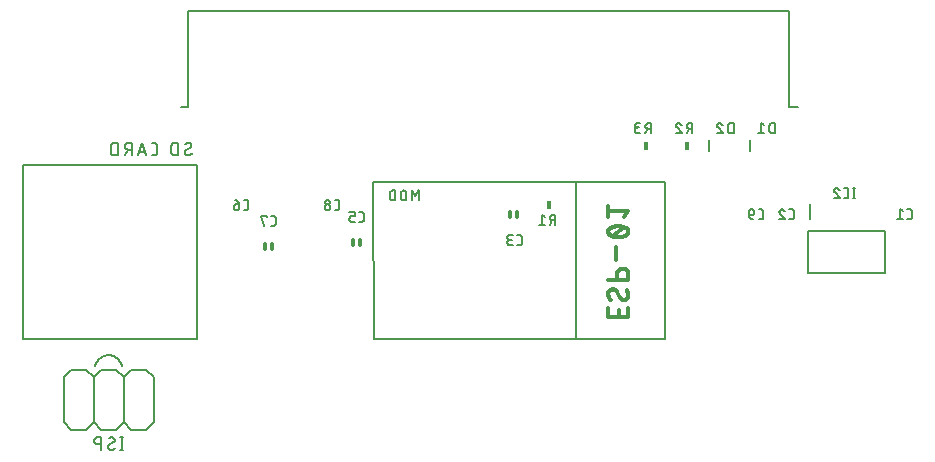
<source format=gbo>
G04 EAGLE Gerber RS-274X export*
G75*
%MOMM*%
%FSLAX34Y34*%
%LPD*%
%INBottom Silkscreen*%
%IPPOS*%
%AMOC8*
5,1,8,0,0,1.08239X$1,22.5*%
G01*
%ADD10C,0.203200*%
%ADD11C,0.152400*%
%ADD12C,0.200000*%
%ADD13C,0.300000*%
%ADD14R,0.381000X0.762000*%
%ADD15C,0.127000*%
%ADD16C,0.304800*%


D10*
X114500Y259387D02*
X114502Y259292D01*
X114508Y259196D01*
X114517Y259101D01*
X114531Y259007D01*
X114548Y258913D01*
X114569Y258820D01*
X114594Y258727D01*
X114622Y258636D01*
X114654Y258546D01*
X114690Y258458D01*
X114729Y258371D01*
X114772Y258285D01*
X114818Y258202D01*
X114867Y258120D01*
X114920Y258040D01*
X114976Y257963D01*
X115034Y257887D01*
X115096Y257815D01*
X115161Y257745D01*
X115229Y257677D01*
X115299Y257612D01*
X115371Y257550D01*
X115447Y257492D01*
X115524Y257436D01*
X115604Y257383D01*
X115685Y257334D01*
X115769Y257288D01*
X115855Y257245D01*
X115942Y257206D01*
X116030Y257170D01*
X116120Y257138D01*
X116211Y257110D01*
X116304Y257085D01*
X116397Y257064D01*
X116491Y257047D01*
X116585Y257033D01*
X116680Y257024D01*
X116776Y257018D01*
X116871Y257016D01*
X117007Y257018D01*
X117144Y257023D01*
X117280Y257033D01*
X117415Y257046D01*
X117551Y257062D01*
X117685Y257083D01*
X117820Y257107D01*
X117953Y257134D01*
X118086Y257166D01*
X118218Y257200D01*
X118349Y257239D01*
X118478Y257281D01*
X118607Y257326D01*
X118734Y257375D01*
X118860Y257428D01*
X118984Y257484D01*
X119107Y257543D01*
X119228Y257605D01*
X119348Y257671D01*
X119465Y257740D01*
X119581Y257813D01*
X119695Y257888D01*
X119806Y257966D01*
X119915Y258048D01*
X120023Y258132D01*
X120127Y258219D01*
X120230Y258309D01*
X120330Y258402D01*
X120427Y258498D01*
X120131Y265313D02*
X120129Y265408D01*
X120123Y265504D01*
X120114Y265599D01*
X120100Y265693D01*
X120083Y265787D01*
X120062Y265880D01*
X120037Y265973D01*
X120009Y266064D01*
X119977Y266154D01*
X119941Y266242D01*
X119902Y266329D01*
X119859Y266415D01*
X119813Y266499D01*
X119764Y266580D01*
X119711Y266660D01*
X119655Y266737D01*
X119597Y266813D01*
X119535Y266885D01*
X119470Y266955D01*
X119402Y267023D01*
X119332Y267088D01*
X119260Y267150D01*
X119184Y267208D01*
X119107Y267264D01*
X119027Y267317D01*
X118946Y267366D01*
X118862Y267412D01*
X118776Y267455D01*
X118689Y267494D01*
X118601Y267530D01*
X118511Y267562D01*
X118420Y267590D01*
X118327Y267615D01*
X118234Y267636D01*
X118140Y267653D01*
X118046Y267667D01*
X117951Y267676D01*
X117855Y267682D01*
X117760Y267684D01*
X117630Y267682D01*
X117500Y267676D01*
X117370Y267667D01*
X117241Y267654D01*
X117112Y267637D01*
X116984Y267616D01*
X116856Y267591D01*
X116729Y267563D01*
X116603Y267531D01*
X116478Y267495D01*
X116354Y267456D01*
X116232Y267413D01*
X116110Y267367D01*
X115990Y267316D01*
X115872Y267263D01*
X115755Y267206D01*
X115640Y267146D01*
X115526Y267082D01*
X115415Y267015D01*
X115305Y266945D01*
X115198Y266871D01*
X115093Y266795D01*
X118946Y263238D02*
X119027Y263289D01*
X119107Y263343D01*
X119185Y263399D01*
X119260Y263459D01*
X119333Y263522D01*
X119403Y263588D01*
X119470Y263656D01*
X119535Y263727D01*
X119597Y263801D01*
X119656Y263877D01*
X119712Y263955D01*
X119764Y264036D01*
X119814Y264118D01*
X119860Y264203D01*
X119902Y264289D01*
X119942Y264377D01*
X119977Y264466D01*
X120009Y264557D01*
X120038Y264649D01*
X120062Y264742D01*
X120083Y264835D01*
X120100Y264930D01*
X120114Y265025D01*
X120123Y265121D01*
X120129Y265217D01*
X120131Y265313D01*
X115686Y261462D02*
X115604Y261411D01*
X115524Y261357D01*
X115446Y261301D01*
X115371Y261241D01*
X115298Y261178D01*
X115228Y261112D01*
X115161Y261044D01*
X115096Y260973D01*
X115034Y260899D01*
X114975Y260823D01*
X114919Y260745D01*
X114867Y260664D01*
X114817Y260582D01*
X114771Y260497D01*
X114729Y260411D01*
X114689Y260323D01*
X114654Y260234D01*
X114622Y260143D01*
X114593Y260051D01*
X114569Y259958D01*
X114548Y259865D01*
X114531Y259770D01*
X114517Y259675D01*
X114508Y259579D01*
X114502Y259483D01*
X114500Y259387D01*
X115685Y261461D02*
X118945Y263239D01*
X108997Y267684D02*
X108997Y257016D01*
X108997Y267684D02*
X106033Y267684D01*
X105925Y267682D01*
X105817Y267676D01*
X105709Y267666D01*
X105602Y267652D01*
X105495Y267635D01*
X105389Y267613D01*
X105284Y267588D01*
X105179Y267558D01*
X105076Y267525D01*
X104975Y267488D01*
X104874Y267448D01*
X104775Y267404D01*
X104678Y267356D01*
X104583Y267305D01*
X104489Y267250D01*
X104398Y267192D01*
X104309Y267131D01*
X104222Y267066D01*
X104138Y266999D01*
X104056Y266928D01*
X103976Y266854D01*
X103900Y266778D01*
X103826Y266698D01*
X103756Y266616D01*
X103688Y266532D01*
X103623Y266445D01*
X103562Y266356D01*
X103504Y266265D01*
X103449Y266171D01*
X103398Y266076D01*
X103350Y265979D01*
X103306Y265880D01*
X103266Y265779D01*
X103229Y265678D01*
X103196Y265575D01*
X103166Y265470D01*
X103141Y265365D01*
X103119Y265259D01*
X103102Y265152D01*
X103088Y265045D01*
X103078Y264937D01*
X103072Y264829D01*
X103070Y264721D01*
X103070Y259979D01*
X103072Y259873D01*
X103078Y259768D01*
X103087Y259662D01*
X103100Y259557D01*
X103117Y259453D01*
X103138Y259349D01*
X103162Y259246D01*
X103190Y259144D01*
X103222Y259043D01*
X103257Y258944D01*
X103296Y258845D01*
X103338Y258748D01*
X103383Y258653D01*
X103432Y258559D01*
X103485Y258467D01*
X103540Y258377D01*
X103599Y258289D01*
X103661Y258203D01*
X103726Y258120D01*
X103794Y258039D01*
X103864Y257960D01*
X103938Y257884D01*
X104014Y257810D01*
X104093Y257740D01*
X104174Y257672D01*
X104257Y257607D01*
X104343Y257545D01*
X104431Y257486D01*
X104521Y257431D01*
X104613Y257378D01*
X104707Y257329D01*
X104802Y257284D01*
X104899Y257242D01*
X104998Y257203D01*
X105097Y257168D01*
X105198Y257136D01*
X105300Y257108D01*
X105403Y257084D01*
X105507Y257063D01*
X105611Y257046D01*
X105716Y257033D01*
X105822Y257024D01*
X105927Y257018D01*
X106033Y257016D01*
X108997Y257016D01*
X88769Y257016D02*
X86398Y257016D01*
X88769Y257016D02*
X88864Y257018D01*
X88960Y257024D01*
X89055Y257033D01*
X89149Y257047D01*
X89243Y257064D01*
X89336Y257085D01*
X89429Y257110D01*
X89520Y257138D01*
X89610Y257170D01*
X89698Y257206D01*
X89785Y257245D01*
X89871Y257288D01*
X89955Y257334D01*
X90036Y257383D01*
X90116Y257436D01*
X90193Y257492D01*
X90269Y257550D01*
X90341Y257612D01*
X90411Y257677D01*
X90479Y257745D01*
X90544Y257815D01*
X90606Y257887D01*
X90664Y257963D01*
X90720Y258040D01*
X90773Y258120D01*
X90822Y258202D01*
X90868Y258285D01*
X90911Y258371D01*
X90950Y258458D01*
X90986Y258546D01*
X91018Y258636D01*
X91046Y258727D01*
X91071Y258820D01*
X91092Y258913D01*
X91109Y259007D01*
X91123Y259101D01*
X91132Y259196D01*
X91138Y259292D01*
X91140Y259387D01*
X91139Y259387D02*
X91139Y265313D01*
X91140Y265313D02*
X91138Y265408D01*
X91132Y265504D01*
X91123Y265599D01*
X91109Y265693D01*
X91092Y265787D01*
X91071Y265880D01*
X91046Y265973D01*
X91018Y266064D01*
X90986Y266154D01*
X90950Y266242D01*
X90911Y266329D01*
X90868Y266415D01*
X90822Y266498D01*
X90773Y266580D01*
X90720Y266660D01*
X90664Y266737D01*
X90606Y266813D01*
X90544Y266885D01*
X90479Y266955D01*
X90411Y267023D01*
X90341Y267088D01*
X90269Y267150D01*
X90193Y267208D01*
X90116Y267264D01*
X90036Y267317D01*
X89955Y267366D01*
X89871Y267412D01*
X89785Y267455D01*
X89698Y267494D01*
X89610Y267530D01*
X89520Y267562D01*
X89429Y267590D01*
X89336Y267615D01*
X89243Y267636D01*
X89149Y267653D01*
X89055Y267667D01*
X88960Y267676D01*
X88865Y267682D01*
X88769Y267684D01*
X86398Y267684D01*
X78601Y267684D02*
X82157Y257016D01*
X75045Y257016D02*
X78601Y267684D01*
X75934Y259683D02*
X81268Y259683D01*
X69643Y257016D02*
X69643Y267684D01*
X66680Y267684D01*
X66573Y267682D01*
X66466Y267676D01*
X66360Y267667D01*
X66254Y267653D01*
X66148Y267636D01*
X66043Y267615D01*
X65939Y267590D01*
X65836Y267561D01*
X65734Y267529D01*
X65633Y267493D01*
X65534Y267453D01*
X65436Y267410D01*
X65340Y267363D01*
X65245Y267313D01*
X65152Y267260D01*
X65062Y267203D01*
X64973Y267143D01*
X64887Y267080D01*
X64803Y267014D01*
X64721Y266944D01*
X64642Y266872D01*
X64566Y266797D01*
X64492Y266719D01*
X64422Y266639D01*
X64354Y266556D01*
X64289Y266471D01*
X64228Y266384D01*
X64169Y266294D01*
X64114Y266203D01*
X64062Y266109D01*
X64014Y266013D01*
X63969Y265916D01*
X63927Y265818D01*
X63890Y265718D01*
X63855Y265616D01*
X63825Y265514D01*
X63798Y265410D01*
X63775Y265306D01*
X63756Y265200D01*
X63741Y265094D01*
X63729Y264988D01*
X63721Y264881D01*
X63717Y264774D01*
X63717Y264668D01*
X63721Y264561D01*
X63729Y264454D01*
X63741Y264348D01*
X63756Y264242D01*
X63775Y264136D01*
X63798Y264032D01*
X63825Y263928D01*
X63855Y263826D01*
X63890Y263724D01*
X63927Y263624D01*
X63969Y263526D01*
X64014Y263429D01*
X64062Y263333D01*
X64114Y263240D01*
X64169Y263148D01*
X64228Y263058D01*
X64289Y262971D01*
X64354Y262886D01*
X64422Y262803D01*
X64492Y262723D01*
X64566Y262645D01*
X64642Y262570D01*
X64721Y262498D01*
X64803Y262428D01*
X64887Y262362D01*
X64973Y262299D01*
X65062Y262239D01*
X65152Y262182D01*
X65245Y262129D01*
X65340Y262079D01*
X65436Y262032D01*
X65534Y261989D01*
X65633Y261949D01*
X65734Y261913D01*
X65836Y261881D01*
X65939Y261852D01*
X66043Y261827D01*
X66148Y261806D01*
X66254Y261789D01*
X66360Y261775D01*
X66466Y261766D01*
X66573Y261760D01*
X66680Y261758D01*
X66680Y261757D02*
X69643Y261757D01*
X66087Y261757D02*
X63717Y257016D01*
X57943Y257016D02*
X57943Y267684D01*
X54979Y267684D01*
X54871Y267682D01*
X54763Y267676D01*
X54655Y267666D01*
X54548Y267652D01*
X54441Y267635D01*
X54335Y267613D01*
X54230Y267588D01*
X54125Y267558D01*
X54022Y267525D01*
X53921Y267488D01*
X53820Y267448D01*
X53721Y267404D01*
X53624Y267356D01*
X53529Y267305D01*
X53435Y267250D01*
X53344Y267192D01*
X53255Y267131D01*
X53168Y267066D01*
X53084Y266999D01*
X53002Y266928D01*
X52922Y266854D01*
X52846Y266778D01*
X52772Y266698D01*
X52702Y266616D01*
X52634Y266532D01*
X52569Y266445D01*
X52508Y266356D01*
X52450Y266265D01*
X52395Y266171D01*
X52344Y266076D01*
X52296Y265979D01*
X52252Y265880D01*
X52212Y265779D01*
X52175Y265678D01*
X52142Y265575D01*
X52112Y265470D01*
X52087Y265365D01*
X52065Y265259D01*
X52048Y265152D01*
X52034Y265045D01*
X52024Y264937D01*
X52018Y264829D01*
X52016Y264721D01*
X52016Y259979D01*
X52018Y259873D01*
X52024Y259768D01*
X52033Y259662D01*
X52046Y259557D01*
X52063Y259453D01*
X52084Y259349D01*
X52108Y259246D01*
X52136Y259144D01*
X52168Y259043D01*
X52203Y258944D01*
X52242Y258845D01*
X52284Y258748D01*
X52329Y258653D01*
X52378Y258559D01*
X52431Y258467D01*
X52486Y258377D01*
X52545Y258289D01*
X52607Y258203D01*
X52672Y258120D01*
X52740Y258039D01*
X52810Y257960D01*
X52884Y257884D01*
X52960Y257810D01*
X53039Y257740D01*
X53120Y257672D01*
X53203Y257607D01*
X53289Y257545D01*
X53377Y257486D01*
X53467Y257431D01*
X53559Y257378D01*
X53653Y257329D01*
X53748Y257284D01*
X53845Y257242D01*
X53944Y257203D01*
X54043Y257168D01*
X54144Y257136D01*
X54246Y257108D01*
X54349Y257084D01*
X54453Y257063D01*
X54557Y257046D01*
X54662Y257033D01*
X54768Y257024D01*
X54873Y257018D01*
X54979Y257016D01*
X57943Y257016D01*
X125000Y101000D02*
X-22000Y101000D01*
X125000Y101000D02*
X125000Y249000D01*
X-22000Y249000D01*
X-22000Y101000D01*
D11*
X312638Y218662D02*
X312638Y227138D01*
X309813Y222429D01*
X306987Y227138D01*
X306987Y218662D01*
X302267Y221016D02*
X302267Y224784D01*
X302265Y224880D01*
X302259Y224976D01*
X302249Y225071D01*
X302236Y225166D01*
X302218Y225261D01*
X302197Y225355D01*
X302172Y225447D01*
X302143Y225539D01*
X302110Y225629D01*
X302074Y225718D01*
X302034Y225805D01*
X301990Y225891D01*
X301944Y225975D01*
X301893Y226057D01*
X301840Y226136D01*
X301783Y226214D01*
X301723Y226289D01*
X301660Y226362D01*
X301594Y226431D01*
X301526Y226499D01*
X301455Y226563D01*
X301381Y226624D01*
X301304Y226683D01*
X301226Y226738D01*
X301145Y226790D01*
X301062Y226838D01*
X300977Y226884D01*
X300891Y226925D01*
X300803Y226963D01*
X300713Y226998D01*
X300622Y227029D01*
X300530Y227056D01*
X300437Y227079D01*
X300343Y227098D01*
X300248Y227114D01*
X300153Y227126D01*
X300057Y227134D01*
X299961Y227138D01*
X299865Y227138D01*
X299769Y227134D01*
X299673Y227126D01*
X299578Y227114D01*
X299483Y227098D01*
X299389Y227079D01*
X299296Y227056D01*
X299204Y227029D01*
X299113Y226998D01*
X299023Y226963D01*
X298935Y226925D01*
X298849Y226884D01*
X298764Y226838D01*
X298681Y226790D01*
X298600Y226738D01*
X298522Y226683D01*
X298445Y226624D01*
X298371Y226563D01*
X298300Y226499D01*
X298232Y226431D01*
X298166Y226362D01*
X298103Y226289D01*
X298043Y226214D01*
X297986Y226136D01*
X297933Y226057D01*
X297882Y225975D01*
X297836Y225891D01*
X297792Y225805D01*
X297752Y225718D01*
X297716Y225629D01*
X297683Y225539D01*
X297654Y225447D01*
X297629Y225355D01*
X297608Y225261D01*
X297590Y225166D01*
X297577Y225071D01*
X297567Y224976D01*
X297561Y224880D01*
X297559Y224784D01*
X297558Y224784D02*
X297558Y221016D01*
X297559Y221016D02*
X297561Y220920D01*
X297567Y220824D01*
X297577Y220729D01*
X297590Y220634D01*
X297608Y220539D01*
X297629Y220445D01*
X297654Y220353D01*
X297683Y220261D01*
X297716Y220171D01*
X297752Y220082D01*
X297792Y219995D01*
X297836Y219909D01*
X297882Y219825D01*
X297933Y219743D01*
X297986Y219664D01*
X298043Y219586D01*
X298103Y219511D01*
X298166Y219438D01*
X298232Y219369D01*
X298300Y219301D01*
X298371Y219237D01*
X298445Y219176D01*
X298522Y219117D01*
X298600Y219062D01*
X298681Y219010D01*
X298764Y218962D01*
X298849Y218916D01*
X298935Y218875D01*
X299023Y218837D01*
X299113Y218802D01*
X299204Y218771D01*
X299296Y218744D01*
X299389Y218721D01*
X299483Y218702D01*
X299578Y218686D01*
X299673Y218674D01*
X299769Y218666D01*
X299865Y218662D01*
X299961Y218662D01*
X300057Y218666D01*
X300153Y218674D01*
X300248Y218686D01*
X300343Y218702D01*
X300437Y218721D01*
X300530Y218744D01*
X300622Y218771D01*
X300713Y218802D01*
X300803Y218837D01*
X300891Y218875D01*
X300977Y218916D01*
X301062Y218962D01*
X301145Y219010D01*
X301226Y219062D01*
X301304Y219117D01*
X301381Y219176D01*
X301455Y219237D01*
X301526Y219301D01*
X301594Y219369D01*
X301660Y219438D01*
X301723Y219511D01*
X301783Y219586D01*
X301840Y219664D01*
X301893Y219743D01*
X301944Y219825D01*
X301990Y219909D01*
X302034Y219995D01*
X302074Y220082D01*
X302110Y220171D01*
X302143Y220261D01*
X302172Y220353D01*
X302197Y220445D01*
X302218Y220539D01*
X302236Y220634D01*
X302249Y220729D01*
X302259Y220824D01*
X302265Y220920D01*
X302267Y221016D01*
X292967Y218662D02*
X292967Y227138D01*
X290613Y227138D01*
X290518Y227136D01*
X290424Y227130D01*
X290329Y227121D01*
X290235Y227108D01*
X290142Y227090D01*
X290050Y227070D01*
X289958Y227045D01*
X289868Y227017D01*
X289778Y226985D01*
X289690Y226950D01*
X289604Y226911D01*
X289519Y226868D01*
X289436Y226823D01*
X289355Y226774D01*
X289276Y226721D01*
X289199Y226666D01*
X289124Y226607D01*
X289052Y226546D01*
X288982Y226482D01*
X288915Y226415D01*
X288851Y226345D01*
X288790Y226273D01*
X288731Y226198D01*
X288676Y226121D01*
X288623Y226042D01*
X288574Y225961D01*
X288529Y225878D01*
X288486Y225793D01*
X288447Y225707D01*
X288412Y225619D01*
X288380Y225529D01*
X288352Y225439D01*
X288327Y225347D01*
X288307Y225255D01*
X288289Y225162D01*
X288276Y225068D01*
X288267Y224973D01*
X288261Y224879D01*
X288259Y224784D01*
X288258Y224784D02*
X288258Y221016D01*
X288259Y221016D02*
X288261Y220921D01*
X288267Y220827D01*
X288276Y220732D01*
X288289Y220638D01*
X288307Y220545D01*
X288327Y220453D01*
X288352Y220361D01*
X288380Y220271D01*
X288412Y220181D01*
X288447Y220093D01*
X288486Y220007D01*
X288529Y219922D01*
X288574Y219839D01*
X288623Y219758D01*
X288676Y219679D01*
X288731Y219602D01*
X288790Y219527D01*
X288851Y219455D01*
X288915Y219385D01*
X288982Y219318D01*
X289052Y219254D01*
X289124Y219193D01*
X289199Y219134D01*
X289276Y219079D01*
X289355Y219026D01*
X289436Y218977D01*
X289519Y218932D01*
X289604Y218889D01*
X289690Y218850D01*
X289778Y218815D01*
X289868Y218783D01*
X289958Y218755D01*
X290050Y218730D01*
X290142Y218710D01*
X290235Y218692D01*
X290329Y218679D01*
X290424Y218670D01*
X290518Y218664D01*
X290613Y218662D01*
X292967Y218662D01*
D10*
X593060Y260400D02*
X593060Y269600D01*
D11*
X614238Y275762D02*
X614238Y284238D01*
X611884Y284238D01*
X611789Y284236D01*
X611695Y284230D01*
X611600Y284221D01*
X611506Y284208D01*
X611413Y284190D01*
X611321Y284170D01*
X611229Y284145D01*
X611139Y284117D01*
X611049Y284085D01*
X610961Y284050D01*
X610875Y284011D01*
X610790Y283968D01*
X610707Y283923D01*
X610626Y283874D01*
X610547Y283821D01*
X610470Y283766D01*
X610395Y283707D01*
X610323Y283646D01*
X610253Y283582D01*
X610186Y283515D01*
X610122Y283445D01*
X610061Y283373D01*
X610002Y283298D01*
X609947Y283221D01*
X609894Y283142D01*
X609845Y283061D01*
X609800Y282978D01*
X609757Y282893D01*
X609718Y282807D01*
X609683Y282719D01*
X609651Y282629D01*
X609623Y282539D01*
X609598Y282447D01*
X609578Y282355D01*
X609560Y282262D01*
X609547Y282168D01*
X609538Y282073D01*
X609532Y281979D01*
X609530Y281884D01*
X609529Y281884D02*
X609529Y278116D01*
X609530Y278116D02*
X609532Y278021D01*
X609538Y277927D01*
X609547Y277832D01*
X609560Y277738D01*
X609578Y277645D01*
X609598Y277553D01*
X609623Y277461D01*
X609651Y277371D01*
X609683Y277281D01*
X609718Y277193D01*
X609757Y277107D01*
X609800Y277022D01*
X609845Y276939D01*
X609894Y276858D01*
X609947Y276779D01*
X610002Y276702D01*
X610061Y276627D01*
X610122Y276555D01*
X610186Y276485D01*
X610253Y276418D01*
X610323Y276354D01*
X610395Y276293D01*
X610470Y276234D01*
X610547Y276179D01*
X610626Y276126D01*
X610707Y276077D01*
X610790Y276032D01*
X610875Y275989D01*
X610961Y275950D01*
X611049Y275915D01*
X611139Y275883D01*
X611229Y275855D01*
X611321Y275830D01*
X611413Y275810D01*
X611506Y275792D01*
X611600Y275779D01*
X611695Y275770D01*
X611789Y275764D01*
X611884Y275762D01*
X614238Y275762D01*
X604938Y282354D02*
X602584Y284238D01*
X602584Y275762D01*
X604938Y275762D02*
X600229Y275762D01*
D10*
X558060Y269600D02*
X558060Y260400D01*
D11*
X579238Y275762D02*
X579238Y284238D01*
X576884Y284238D01*
X576789Y284236D01*
X576695Y284230D01*
X576600Y284221D01*
X576506Y284208D01*
X576413Y284190D01*
X576321Y284170D01*
X576229Y284145D01*
X576139Y284117D01*
X576049Y284085D01*
X575961Y284050D01*
X575875Y284011D01*
X575790Y283968D01*
X575707Y283923D01*
X575626Y283874D01*
X575547Y283821D01*
X575470Y283766D01*
X575395Y283707D01*
X575323Y283646D01*
X575253Y283582D01*
X575186Y283515D01*
X575122Y283445D01*
X575061Y283373D01*
X575002Y283298D01*
X574947Y283221D01*
X574894Y283142D01*
X574845Y283061D01*
X574800Y282978D01*
X574757Y282893D01*
X574718Y282807D01*
X574683Y282719D01*
X574651Y282629D01*
X574623Y282539D01*
X574598Y282447D01*
X574578Y282355D01*
X574560Y282262D01*
X574547Y282168D01*
X574538Y282073D01*
X574532Y281979D01*
X574530Y281884D01*
X574529Y281884D02*
X574529Y278116D01*
X574530Y278116D02*
X574532Y278021D01*
X574538Y277927D01*
X574547Y277832D01*
X574560Y277738D01*
X574578Y277645D01*
X574598Y277553D01*
X574623Y277461D01*
X574651Y277371D01*
X574683Y277281D01*
X574718Y277193D01*
X574757Y277107D01*
X574800Y277022D01*
X574845Y276939D01*
X574894Y276858D01*
X574947Y276779D01*
X575002Y276702D01*
X575061Y276627D01*
X575122Y276555D01*
X575186Y276485D01*
X575253Y276418D01*
X575323Y276354D01*
X575395Y276293D01*
X575470Y276234D01*
X575547Y276179D01*
X575626Y276126D01*
X575707Y276077D01*
X575790Y276032D01*
X575875Y275989D01*
X575961Y275950D01*
X576049Y275915D01*
X576139Y275883D01*
X576229Y275855D01*
X576321Y275830D01*
X576413Y275810D01*
X576506Y275792D01*
X576600Y275779D01*
X576695Y275770D01*
X576789Y275764D01*
X576884Y275762D01*
X579238Y275762D01*
X567348Y284238D02*
X567258Y284236D01*
X567168Y284230D01*
X567079Y284221D01*
X566990Y284208D01*
X566902Y284190D01*
X566814Y284170D01*
X566728Y284145D01*
X566642Y284117D01*
X566558Y284085D01*
X566475Y284050D01*
X566394Y284011D01*
X566315Y283969D01*
X566237Y283923D01*
X566161Y283875D01*
X566088Y283823D01*
X566017Y283768D01*
X565948Y283710D01*
X565882Y283649D01*
X565818Y283585D01*
X565757Y283519D01*
X565699Y283450D01*
X565644Y283379D01*
X565592Y283306D01*
X565544Y283230D01*
X565498Y283152D01*
X565456Y283073D01*
X565417Y282992D01*
X565382Y282909D01*
X565350Y282825D01*
X565322Y282739D01*
X565297Y282653D01*
X565277Y282565D01*
X565259Y282477D01*
X565246Y282388D01*
X565237Y282299D01*
X565231Y282209D01*
X565229Y282119D01*
X567348Y284238D02*
X567452Y284236D01*
X567555Y284230D01*
X567659Y284220D01*
X567761Y284206D01*
X567864Y284189D01*
X567965Y284167D01*
X568066Y284142D01*
X568165Y284112D01*
X568263Y284079D01*
X568360Y284043D01*
X568456Y284002D01*
X568550Y283958D01*
X568642Y283911D01*
X568732Y283860D01*
X568821Y283805D01*
X568907Y283747D01*
X568991Y283686D01*
X569072Y283622D01*
X569151Y283555D01*
X569228Y283485D01*
X569301Y283412D01*
X569372Y283336D01*
X569440Y283258D01*
X569505Y283177D01*
X569566Y283093D01*
X569625Y283008D01*
X569680Y282920D01*
X569732Y282830D01*
X569780Y282738D01*
X569825Y282645D01*
X569866Y282549D01*
X569904Y282453D01*
X569938Y282355D01*
X565935Y280471D02*
X565870Y280536D01*
X565807Y280603D01*
X565747Y280673D01*
X565690Y280746D01*
X565636Y280820D01*
X565585Y280897D01*
X565537Y280976D01*
X565492Y281056D01*
X565451Y281138D01*
X565413Y281222D01*
X565378Y281308D01*
X565347Y281395D01*
X565320Y281483D01*
X565296Y281571D01*
X565275Y281661D01*
X565259Y281752D01*
X565246Y281843D01*
X565236Y281935D01*
X565231Y282027D01*
X565229Y282119D01*
X565935Y280471D02*
X569938Y275762D01*
X565229Y275762D01*
D12*
X642500Y192500D02*
X642500Y157500D01*
X707500Y157500D01*
X707500Y192500D01*
X642500Y192500D01*
X643750Y202750D02*
X643750Y215250D01*
D11*
X681296Y220762D02*
X681296Y229238D01*
X682238Y220762D02*
X680354Y220762D01*
X680354Y229238D02*
X682238Y229238D01*
X674605Y220762D02*
X672722Y220762D01*
X674605Y220762D02*
X674690Y220764D01*
X674774Y220770D01*
X674858Y220779D01*
X674941Y220792D01*
X675024Y220809D01*
X675106Y220830D01*
X675187Y220854D01*
X675267Y220882D01*
X675345Y220914D01*
X675422Y220949D01*
X675498Y220987D01*
X675571Y221029D01*
X675643Y221074D01*
X675712Y221122D01*
X675780Y221173D01*
X675845Y221227D01*
X675907Y221284D01*
X675967Y221344D01*
X676024Y221406D01*
X676078Y221471D01*
X676129Y221539D01*
X676177Y221608D01*
X676222Y221680D01*
X676264Y221753D01*
X676302Y221829D01*
X676337Y221906D01*
X676369Y221984D01*
X676397Y222064D01*
X676421Y222145D01*
X676442Y222227D01*
X676459Y222310D01*
X676472Y222393D01*
X676481Y222477D01*
X676487Y222562D01*
X676489Y222646D01*
X676489Y227354D01*
X676487Y227439D01*
X676481Y227523D01*
X676472Y227607D01*
X676459Y227690D01*
X676442Y227773D01*
X676421Y227855D01*
X676397Y227936D01*
X676369Y228016D01*
X676337Y228094D01*
X676302Y228171D01*
X676264Y228247D01*
X676222Y228320D01*
X676177Y228392D01*
X676129Y228461D01*
X676078Y228529D01*
X676024Y228594D01*
X675967Y228656D01*
X675907Y228716D01*
X675845Y228773D01*
X675780Y228827D01*
X675712Y228878D01*
X675643Y228926D01*
X675571Y228971D01*
X675498Y229013D01*
X675422Y229051D01*
X675346Y229086D01*
X675267Y229118D01*
X675187Y229146D01*
X675106Y229170D01*
X675024Y229191D01*
X674941Y229208D01*
X674858Y229221D01*
X674774Y229230D01*
X674690Y229236D01*
X674605Y229238D01*
X672722Y229238D01*
X666361Y229238D02*
X666271Y229236D01*
X666181Y229230D01*
X666092Y229221D01*
X666003Y229208D01*
X665915Y229190D01*
X665827Y229170D01*
X665741Y229145D01*
X665655Y229117D01*
X665571Y229085D01*
X665488Y229050D01*
X665407Y229011D01*
X665328Y228969D01*
X665250Y228923D01*
X665174Y228875D01*
X665101Y228823D01*
X665030Y228768D01*
X664961Y228710D01*
X664895Y228649D01*
X664831Y228585D01*
X664770Y228519D01*
X664712Y228450D01*
X664657Y228379D01*
X664605Y228306D01*
X664557Y228230D01*
X664511Y228152D01*
X664469Y228073D01*
X664430Y227992D01*
X664395Y227909D01*
X664363Y227825D01*
X664335Y227739D01*
X664310Y227653D01*
X664290Y227565D01*
X664272Y227477D01*
X664259Y227388D01*
X664250Y227299D01*
X664244Y227209D01*
X664242Y227119D01*
X666361Y229238D02*
X666465Y229236D01*
X666568Y229230D01*
X666672Y229220D01*
X666774Y229206D01*
X666877Y229189D01*
X666978Y229167D01*
X667079Y229142D01*
X667178Y229112D01*
X667276Y229079D01*
X667373Y229043D01*
X667469Y229002D01*
X667563Y228958D01*
X667655Y228911D01*
X667745Y228860D01*
X667834Y228805D01*
X667920Y228747D01*
X668004Y228686D01*
X668085Y228622D01*
X668164Y228555D01*
X668241Y228485D01*
X668314Y228412D01*
X668385Y228336D01*
X668453Y228258D01*
X668518Y228177D01*
X668579Y228093D01*
X668638Y228008D01*
X668693Y227920D01*
X668745Y227830D01*
X668793Y227738D01*
X668838Y227645D01*
X668879Y227549D01*
X668917Y227453D01*
X668951Y227355D01*
X664948Y225471D02*
X664883Y225536D01*
X664820Y225603D01*
X664760Y225673D01*
X664703Y225746D01*
X664649Y225820D01*
X664598Y225897D01*
X664550Y225976D01*
X664505Y226056D01*
X664464Y226138D01*
X664426Y226222D01*
X664391Y226308D01*
X664360Y226395D01*
X664333Y226483D01*
X664309Y226571D01*
X664288Y226661D01*
X664272Y226752D01*
X664259Y226843D01*
X664249Y226935D01*
X664244Y227027D01*
X664242Y227119D01*
X664948Y225471D02*
X668951Y220762D01*
X664242Y220762D01*
X726471Y202762D02*
X728354Y202762D01*
X728439Y202764D01*
X728523Y202770D01*
X728607Y202779D01*
X728690Y202792D01*
X728773Y202809D01*
X728855Y202830D01*
X728936Y202854D01*
X729016Y202882D01*
X729094Y202914D01*
X729171Y202949D01*
X729247Y202987D01*
X729320Y203029D01*
X729392Y203074D01*
X729461Y203122D01*
X729529Y203173D01*
X729594Y203227D01*
X729656Y203284D01*
X729716Y203344D01*
X729773Y203406D01*
X729827Y203471D01*
X729878Y203539D01*
X729926Y203608D01*
X729971Y203680D01*
X730013Y203753D01*
X730051Y203829D01*
X730086Y203906D01*
X730118Y203984D01*
X730146Y204064D01*
X730170Y204145D01*
X730191Y204227D01*
X730208Y204310D01*
X730221Y204393D01*
X730230Y204477D01*
X730236Y204562D01*
X730238Y204646D01*
X730238Y209354D01*
X730236Y209439D01*
X730230Y209523D01*
X730221Y209607D01*
X730208Y209690D01*
X730191Y209773D01*
X730170Y209855D01*
X730146Y209936D01*
X730118Y210016D01*
X730086Y210094D01*
X730051Y210171D01*
X730013Y210247D01*
X729971Y210320D01*
X729926Y210392D01*
X729878Y210461D01*
X729827Y210529D01*
X729773Y210594D01*
X729716Y210656D01*
X729656Y210716D01*
X729594Y210773D01*
X729529Y210827D01*
X729461Y210878D01*
X729392Y210926D01*
X729320Y210971D01*
X729247Y211013D01*
X729171Y211051D01*
X729095Y211086D01*
X729016Y211118D01*
X728936Y211146D01*
X728855Y211170D01*
X728773Y211191D01*
X728690Y211208D01*
X728607Y211221D01*
X728523Y211230D01*
X728439Y211236D01*
X728354Y211238D01*
X726471Y211238D01*
X722700Y209354D02*
X720346Y211238D01*
X720346Y202762D01*
X722700Y202762D02*
X717991Y202762D01*
X628354Y202762D02*
X626471Y202762D01*
X628354Y202762D02*
X628439Y202764D01*
X628523Y202770D01*
X628607Y202779D01*
X628690Y202792D01*
X628773Y202809D01*
X628855Y202830D01*
X628936Y202854D01*
X629016Y202882D01*
X629094Y202914D01*
X629171Y202949D01*
X629247Y202987D01*
X629320Y203029D01*
X629392Y203074D01*
X629461Y203122D01*
X629529Y203173D01*
X629594Y203227D01*
X629656Y203284D01*
X629716Y203344D01*
X629773Y203406D01*
X629827Y203471D01*
X629878Y203539D01*
X629926Y203608D01*
X629971Y203680D01*
X630013Y203753D01*
X630051Y203829D01*
X630086Y203906D01*
X630118Y203984D01*
X630146Y204064D01*
X630170Y204145D01*
X630191Y204227D01*
X630208Y204310D01*
X630221Y204393D01*
X630230Y204477D01*
X630236Y204562D01*
X630238Y204646D01*
X630238Y209354D01*
X630236Y209439D01*
X630230Y209523D01*
X630221Y209607D01*
X630208Y209690D01*
X630191Y209773D01*
X630170Y209855D01*
X630146Y209936D01*
X630118Y210016D01*
X630086Y210094D01*
X630051Y210171D01*
X630013Y210247D01*
X629971Y210320D01*
X629926Y210392D01*
X629878Y210461D01*
X629827Y210529D01*
X629773Y210594D01*
X629716Y210656D01*
X629656Y210716D01*
X629594Y210773D01*
X629529Y210827D01*
X629461Y210878D01*
X629392Y210926D01*
X629320Y210971D01*
X629247Y211013D01*
X629171Y211051D01*
X629095Y211086D01*
X629016Y211118D01*
X628936Y211146D01*
X628855Y211170D01*
X628773Y211191D01*
X628690Y211208D01*
X628607Y211221D01*
X628523Y211230D01*
X628439Y211236D01*
X628354Y211238D01*
X626471Y211238D01*
X620110Y211238D02*
X620020Y211236D01*
X619930Y211230D01*
X619841Y211221D01*
X619752Y211208D01*
X619664Y211190D01*
X619576Y211170D01*
X619490Y211145D01*
X619404Y211117D01*
X619320Y211085D01*
X619237Y211050D01*
X619156Y211011D01*
X619077Y210969D01*
X618999Y210923D01*
X618923Y210875D01*
X618850Y210823D01*
X618779Y210768D01*
X618710Y210710D01*
X618644Y210649D01*
X618580Y210585D01*
X618519Y210519D01*
X618461Y210450D01*
X618406Y210379D01*
X618354Y210306D01*
X618306Y210230D01*
X618260Y210152D01*
X618218Y210073D01*
X618179Y209992D01*
X618144Y209909D01*
X618112Y209825D01*
X618084Y209739D01*
X618059Y209653D01*
X618039Y209565D01*
X618021Y209477D01*
X618008Y209388D01*
X617999Y209299D01*
X617993Y209209D01*
X617991Y209119D01*
X620110Y211238D02*
X620214Y211236D01*
X620317Y211230D01*
X620421Y211220D01*
X620523Y211206D01*
X620626Y211189D01*
X620727Y211167D01*
X620828Y211142D01*
X620927Y211112D01*
X621025Y211079D01*
X621122Y211043D01*
X621218Y211002D01*
X621312Y210958D01*
X621404Y210911D01*
X621494Y210860D01*
X621583Y210805D01*
X621669Y210747D01*
X621753Y210686D01*
X621834Y210622D01*
X621913Y210555D01*
X621990Y210485D01*
X622063Y210412D01*
X622134Y210336D01*
X622202Y210258D01*
X622267Y210177D01*
X622328Y210093D01*
X622387Y210008D01*
X622442Y209920D01*
X622494Y209830D01*
X622542Y209738D01*
X622587Y209645D01*
X622628Y209549D01*
X622666Y209453D01*
X622700Y209355D01*
X618697Y207471D02*
X618632Y207536D01*
X618569Y207603D01*
X618509Y207673D01*
X618452Y207746D01*
X618398Y207820D01*
X618347Y207897D01*
X618299Y207976D01*
X618254Y208056D01*
X618213Y208138D01*
X618175Y208222D01*
X618140Y208308D01*
X618109Y208395D01*
X618082Y208483D01*
X618058Y208571D01*
X618037Y208661D01*
X618021Y208752D01*
X618008Y208843D01*
X617998Y208935D01*
X617993Y209027D01*
X617991Y209119D01*
X618698Y207471D02*
X622700Y202762D01*
X617991Y202762D01*
D13*
X390000Y205000D02*
X390000Y209000D01*
X396000Y209000D02*
X396000Y205000D01*
D11*
X396091Y180872D02*
X397974Y180872D01*
X398059Y180874D01*
X398143Y180880D01*
X398227Y180889D01*
X398310Y180902D01*
X398393Y180919D01*
X398475Y180940D01*
X398556Y180964D01*
X398636Y180992D01*
X398714Y181024D01*
X398791Y181059D01*
X398867Y181097D01*
X398940Y181139D01*
X399012Y181184D01*
X399081Y181232D01*
X399149Y181283D01*
X399214Y181337D01*
X399276Y181394D01*
X399336Y181454D01*
X399393Y181516D01*
X399447Y181581D01*
X399498Y181649D01*
X399546Y181718D01*
X399591Y181790D01*
X399633Y181863D01*
X399671Y181939D01*
X399706Y182016D01*
X399738Y182094D01*
X399766Y182174D01*
X399790Y182255D01*
X399811Y182337D01*
X399828Y182420D01*
X399841Y182503D01*
X399850Y182587D01*
X399856Y182672D01*
X399858Y182756D01*
X399858Y187464D01*
X399856Y187549D01*
X399850Y187633D01*
X399841Y187717D01*
X399828Y187800D01*
X399811Y187883D01*
X399790Y187965D01*
X399766Y188046D01*
X399738Y188126D01*
X399706Y188204D01*
X399671Y188281D01*
X399633Y188357D01*
X399591Y188430D01*
X399546Y188502D01*
X399498Y188571D01*
X399447Y188639D01*
X399393Y188704D01*
X399336Y188766D01*
X399276Y188826D01*
X399214Y188883D01*
X399149Y188937D01*
X399081Y188988D01*
X399012Y189036D01*
X398940Y189081D01*
X398867Y189123D01*
X398791Y189161D01*
X398715Y189196D01*
X398636Y189228D01*
X398556Y189256D01*
X398475Y189280D01*
X398393Y189301D01*
X398310Y189318D01*
X398227Y189331D01*
X398143Y189340D01*
X398059Y189346D01*
X397974Y189348D01*
X396091Y189348D01*
X392320Y180872D02*
X389966Y180872D01*
X389870Y180874D01*
X389774Y180880D01*
X389679Y180890D01*
X389584Y180903D01*
X389489Y180921D01*
X389395Y180942D01*
X389303Y180967D01*
X389211Y180996D01*
X389121Y181029D01*
X389032Y181065D01*
X388945Y181105D01*
X388859Y181149D01*
X388775Y181195D01*
X388693Y181246D01*
X388614Y181299D01*
X388536Y181356D01*
X388461Y181416D01*
X388388Y181479D01*
X388319Y181545D01*
X388251Y181613D01*
X388187Y181684D01*
X388126Y181758D01*
X388067Y181835D01*
X388012Y181913D01*
X387960Y181994D01*
X387912Y182077D01*
X387866Y182162D01*
X387825Y182248D01*
X387787Y182336D01*
X387752Y182426D01*
X387721Y182517D01*
X387694Y182609D01*
X387671Y182702D01*
X387652Y182796D01*
X387636Y182891D01*
X387624Y182986D01*
X387616Y183082D01*
X387612Y183178D01*
X387612Y183274D01*
X387616Y183370D01*
X387624Y183466D01*
X387636Y183561D01*
X387652Y183656D01*
X387671Y183750D01*
X387694Y183843D01*
X387721Y183935D01*
X387752Y184026D01*
X387787Y184116D01*
X387825Y184204D01*
X387866Y184290D01*
X387912Y184375D01*
X387960Y184458D01*
X388012Y184539D01*
X388067Y184617D01*
X388126Y184694D01*
X388187Y184768D01*
X388251Y184839D01*
X388319Y184907D01*
X388388Y184973D01*
X388461Y185036D01*
X388536Y185096D01*
X388614Y185153D01*
X388693Y185206D01*
X388775Y185257D01*
X388859Y185303D01*
X388945Y185347D01*
X389032Y185387D01*
X389121Y185423D01*
X389211Y185456D01*
X389303Y185485D01*
X389395Y185510D01*
X389489Y185531D01*
X389584Y185549D01*
X389679Y185562D01*
X389774Y185572D01*
X389870Y185578D01*
X389966Y185580D01*
X389495Y189348D02*
X392320Y189348D01*
X389495Y189348D02*
X389409Y189346D01*
X389324Y189340D01*
X389238Y189330D01*
X389154Y189317D01*
X389070Y189299D01*
X388987Y189278D01*
X388905Y189253D01*
X388824Y189224D01*
X388744Y189192D01*
X388667Y189156D01*
X388590Y189117D01*
X388516Y189074D01*
X388444Y189028D01*
X388374Y188978D01*
X388306Y188925D01*
X388241Y188870D01*
X388178Y188811D01*
X388118Y188750D01*
X388061Y188686D01*
X388007Y188619D01*
X387956Y188550D01*
X387908Y188479D01*
X387863Y188406D01*
X387822Y188331D01*
X387785Y188254D01*
X387750Y188175D01*
X387720Y188095D01*
X387693Y188013D01*
X387670Y187931D01*
X387650Y187847D01*
X387635Y187763D01*
X387623Y187678D01*
X387615Y187593D01*
X387611Y187507D01*
X387611Y187421D01*
X387615Y187335D01*
X387623Y187250D01*
X387635Y187165D01*
X387650Y187081D01*
X387670Y186997D01*
X387693Y186915D01*
X387720Y186833D01*
X387750Y186753D01*
X387785Y186674D01*
X387822Y186597D01*
X387863Y186522D01*
X387908Y186449D01*
X387956Y186378D01*
X388007Y186309D01*
X388061Y186242D01*
X388118Y186178D01*
X388178Y186117D01*
X388241Y186058D01*
X388306Y186003D01*
X388374Y185950D01*
X388444Y185900D01*
X388516Y185854D01*
X388590Y185811D01*
X388667Y185772D01*
X388744Y185736D01*
X388824Y185704D01*
X388905Y185675D01*
X388987Y185650D01*
X389070Y185629D01*
X389154Y185611D01*
X389238Y185598D01*
X389324Y185588D01*
X389409Y185582D01*
X389495Y185580D01*
X389495Y185581D02*
X391378Y185581D01*
D13*
X257000Y185000D02*
X257000Y181000D01*
X263000Y181000D02*
X263000Y185000D01*
D11*
X262471Y200762D02*
X264354Y200762D01*
X264439Y200764D01*
X264523Y200770D01*
X264607Y200779D01*
X264690Y200792D01*
X264773Y200809D01*
X264855Y200830D01*
X264936Y200854D01*
X265016Y200882D01*
X265094Y200914D01*
X265171Y200949D01*
X265247Y200987D01*
X265320Y201029D01*
X265392Y201074D01*
X265461Y201122D01*
X265529Y201173D01*
X265594Y201227D01*
X265656Y201284D01*
X265716Y201344D01*
X265773Y201406D01*
X265827Y201471D01*
X265878Y201539D01*
X265926Y201608D01*
X265971Y201680D01*
X266013Y201753D01*
X266051Y201829D01*
X266086Y201906D01*
X266118Y201984D01*
X266146Y202064D01*
X266170Y202145D01*
X266191Y202227D01*
X266208Y202310D01*
X266221Y202393D01*
X266230Y202477D01*
X266236Y202562D01*
X266238Y202646D01*
X266238Y207354D01*
X266236Y207439D01*
X266230Y207523D01*
X266221Y207607D01*
X266208Y207690D01*
X266191Y207773D01*
X266170Y207855D01*
X266146Y207936D01*
X266118Y208016D01*
X266086Y208094D01*
X266051Y208171D01*
X266013Y208247D01*
X265971Y208320D01*
X265926Y208392D01*
X265878Y208461D01*
X265827Y208529D01*
X265773Y208594D01*
X265716Y208656D01*
X265656Y208716D01*
X265594Y208773D01*
X265529Y208827D01*
X265461Y208878D01*
X265392Y208926D01*
X265320Y208971D01*
X265247Y209013D01*
X265171Y209051D01*
X265095Y209086D01*
X265016Y209118D01*
X264936Y209146D01*
X264855Y209170D01*
X264773Y209191D01*
X264690Y209208D01*
X264607Y209221D01*
X264523Y209230D01*
X264439Y209236D01*
X264354Y209238D01*
X262471Y209238D01*
X258700Y200762D02*
X255875Y200762D01*
X255790Y200764D01*
X255706Y200770D01*
X255622Y200779D01*
X255539Y200792D01*
X255456Y200809D01*
X255374Y200830D01*
X255293Y200854D01*
X255213Y200882D01*
X255135Y200914D01*
X255058Y200949D01*
X254982Y200987D01*
X254909Y201029D01*
X254837Y201074D01*
X254768Y201122D01*
X254700Y201173D01*
X254635Y201227D01*
X254573Y201284D01*
X254513Y201344D01*
X254456Y201406D01*
X254402Y201471D01*
X254351Y201539D01*
X254303Y201608D01*
X254258Y201680D01*
X254216Y201753D01*
X254178Y201829D01*
X254143Y201906D01*
X254111Y201984D01*
X254083Y202064D01*
X254059Y202145D01*
X254038Y202227D01*
X254021Y202310D01*
X254008Y202393D01*
X253999Y202477D01*
X253993Y202561D01*
X253991Y202646D01*
X253991Y203587D01*
X253993Y203672D01*
X253999Y203756D01*
X254008Y203840D01*
X254021Y203923D01*
X254038Y204006D01*
X254059Y204088D01*
X254083Y204169D01*
X254111Y204249D01*
X254143Y204327D01*
X254178Y204404D01*
X254216Y204480D01*
X254258Y204553D01*
X254303Y204625D01*
X254351Y204694D01*
X254402Y204762D01*
X254456Y204827D01*
X254513Y204889D01*
X254573Y204949D01*
X254635Y205006D01*
X254700Y205060D01*
X254768Y205111D01*
X254837Y205159D01*
X254909Y205204D01*
X254982Y205246D01*
X255058Y205284D01*
X255135Y205319D01*
X255213Y205351D01*
X255293Y205379D01*
X255374Y205403D01*
X255456Y205424D01*
X255539Y205441D01*
X255622Y205454D01*
X255706Y205463D01*
X255790Y205469D01*
X255875Y205471D01*
X258700Y205471D01*
X258700Y209238D01*
X253991Y209238D01*
D14*
X423000Y215000D03*
D11*
X428348Y206618D02*
X428348Y198142D01*
X428348Y206618D02*
X425994Y206618D01*
X425898Y206616D01*
X425802Y206610D01*
X425707Y206600D01*
X425612Y206587D01*
X425517Y206569D01*
X425423Y206548D01*
X425331Y206523D01*
X425239Y206494D01*
X425149Y206461D01*
X425060Y206425D01*
X424973Y206385D01*
X424887Y206341D01*
X424803Y206295D01*
X424721Y206244D01*
X424642Y206191D01*
X424564Y206134D01*
X424489Y206074D01*
X424416Y206011D01*
X424347Y205945D01*
X424279Y205877D01*
X424215Y205806D01*
X424154Y205732D01*
X424095Y205655D01*
X424040Y205577D01*
X423988Y205496D01*
X423940Y205413D01*
X423894Y205328D01*
X423853Y205242D01*
X423815Y205154D01*
X423780Y205064D01*
X423749Y204973D01*
X423722Y204881D01*
X423699Y204788D01*
X423680Y204694D01*
X423664Y204599D01*
X423652Y204504D01*
X423644Y204408D01*
X423640Y204312D01*
X423640Y204216D01*
X423644Y204120D01*
X423652Y204024D01*
X423664Y203929D01*
X423680Y203834D01*
X423699Y203740D01*
X423722Y203647D01*
X423749Y203555D01*
X423780Y203464D01*
X423815Y203374D01*
X423853Y203286D01*
X423894Y203200D01*
X423940Y203115D01*
X423988Y203032D01*
X424040Y202951D01*
X424095Y202873D01*
X424154Y202796D01*
X424215Y202722D01*
X424279Y202651D01*
X424347Y202583D01*
X424416Y202517D01*
X424489Y202454D01*
X424564Y202394D01*
X424642Y202337D01*
X424721Y202284D01*
X424803Y202233D01*
X424887Y202187D01*
X424973Y202143D01*
X425060Y202103D01*
X425149Y202067D01*
X425239Y202034D01*
X425331Y202005D01*
X425423Y201980D01*
X425517Y201959D01*
X425612Y201941D01*
X425707Y201928D01*
X425802Y201918D01*
X425898Y201912D01*
X425994Y201910D01*
X425994Y201909D02*
X428348Y201909D01*
X425523Y201909D02*
X423639Y198142D01*
X419432Y204734D02*
X417078Y206618D01*
X417078Y198142D01*
X419432Y198142D02*
X414723Y198142D01*
D14*
X540000Y265000D03*
D11*
X544238Y275762D02*
X544238Y284238D01*
X541884Y284238D01*
X541788Y284236D01*
X541692Y284230D01*
X541597Y284220D01*
X541502Y284207D01*
X541407Y284189D01*
X541313Y284168D01*
X541221Y284143D01*
X541129Y284114D01*
X541039Y284081D01*
X540950Y284045D01*
X540863Y284005D01*
X540777Y283961D01*
X540693Y283915D01*
X540611Y283864D01*
X540532Y283811D01*
X540454Y283754D01*
X540379Y283694D01*
X540306Y283631D01*
X540237Y283565D01*
X540169Y283497D01*
X540105Y283426D01*
X540044Y283352D01*
X539985Y283275D01*
X539930Y283197D01*
X539878Y283116D01*
X539830Y283033D01*
X539784Y282948D01*
X539743Y282862D01*
X539705Y282774D01*
X539670Y282684D01*
X539639Y282593D01*
X539612Y282501D01*
X539589Y282408D01*
X539570Y282314D01*
X539554Y282219D01*
X539542Y282124D01*
X539534Y282028D01*
X539530Y281932D01*
X539530Y281836D01*
X539534Y281740D01*
X539542Y281644D01*
X539554Y281549D01*
X539570Y281454D01*
X539589Y281360D01*
X539612Y281267D01*
X539639Y281175D01*
X539670Y281084D01*
X539705Y280994D01*
X539743Y280906D01*
X539784Y280820D01*
X539830Y280735D01*
X539878Y280652D01*
X539930Y280571D01*
X539985Y280493D01*
X540044Y280416D01*
X540105Y280342D01*
X540169Y280271D01*
X540237Y280203D01*
X540306Y280137D01*
X540379Y280074D01*
X540454Y280014D01*
X540532Y279957D01*
X540611Y279904D01*
X540693Y279853D01*
X540777Y279807D01*
X540863Y279763D01*
X540950Y279723D01*
X541039Y279687D01*
X541129Y279654D01*
X541221Y279625D01*
X541313Y279600D01*
X541407Y279579D01*
X541502Y279561D01*
X541597Y279548D01*
X541692Y279538D01*
X541788Y279532D01*
X541884Y279530D01*
X541884Y279529D02*
X544238Y279529D01*
X541413Y279529D02*
X539529Y275762D01*
X532732Y284238D02*
X532642Y284236D01*
X532552Y284230D01*
X532463Y284221D01*
X532374Y284208D01*
X532286Y284190D01*
X532198Y284170D01*
X532112Y284145D01*
X532026Y284117D01*
X531942Y284085D01*
X531859Y284050D01*
X531778Y284011D01*
X531699Y283969D01*
X531621Y283923D01*
X531545Y283875D01*
X531472Y283823D01*
X531401Y283768D01*
X531332Y283710D01*
X531266Y283649D01*
X531202Y283585D01*
X531141Y283519D01*
X531083Y283450D01*
X531028Y283379D01*
X530976Y283306D01*
X530928Y283230D01*
X530882Y283152D01*
X530840Y283073D01*
X530801Y282992D01*
X530766Y282909D01*
X530734Y282825D01*
X530706Y282739D01*
X530681Y282653D01*
X530661Y282565D01*
X530643Y282477D01*
X530630Y282388D01*
X530621Y282299D01*
X530615Y282209D01*
X530613Y282119D01*
X532732Y284238D02*
X532836Y284236D01*
X532939Y284230D01*
X533043Y284220D01*
X533145Y284206D01*
X533248Y284189D01*
X533349Y284167D01*
X533450Y284142D01*
X533549Y284112D01*
X533647Y284079D01*
X533744Y284043D01*
X533840Y284002D01*
X533934Y283958D01*
X534026Y283911D01*
X534116Y283860D01*
X534205Y283805D01*
X534291Y283747D01*
X534375Y283686D01*
X534456Y283622D01*
X534535Y283555D01*
X534612Y283485D01*
X534685Y283412D01*
X534756Y283336D01*
X534824Y283258D01*
X534889Y283177D01*
X534950Y283093D01*
X535009Y283008D01*
X535064Y282920D01*
X535116Y282830D01*
X535164Y282738D01*
X535209Y282645D01*
X535250Y282549D01*
X535288Y282453D01*
X535322Y282355D01*
X531319Y280471D02*
X531254Y280536D01*
X531191Y280603D01*
X531131Y280673D01*
X531074Y280746D01*
X531020Y280820D01*
X530969Y280897D01*
X530921Y280976D01*
X530876Y281056D01*
X530835Y281138D01*
X530797Y281222D01*
X530762Y281308D01*
X530731Y281395D01*
X530704Y281483D01*
X530680Y281571D01*
X530659Y281661D01*
X530643Y281752D01*
X530630Y281843D01*
X530620Y281935D01*
X530615Y282027D01*
X530613Y282119D01*
X531320Y280471D02*
X535322Y275762D01*
X530613Y275762D01*
D14*
X505000Y265000D03*
D11*
X509238Y275762D02*
X509238Y284238D01*
X506884Y284238D01*
X506788Y284236D01*
X506692Y284230D01*
X506597Y284220D01*
X506502Y284207D01*
X506407Y284189D01*
X506313Y284168D01*
X506221Y284143D01*
X506129Y284114D01*
X506039Y284081D01*
X505950Y284045D01*
X505863Y284005D01*
X505777Y283961D01*
X505693Y283915D01*
X505611Y283864D01*
X505532Y283811D01*
X505454Y283754D01*
X505379Y283694D01*
X505306Y283631D01*
X505237Y283565D01*
X505169Y283497D01*
X505105Y283426D01*
X505044Y283352D01*
X504985Y283275D01*
X504930Y283197D01*
X504878Y283116D01*
X504830Y283033D01*
X504784Y282948D01*
X504743Y282862D01*
X504705Y282774D01*
X504670Y282684D01*
X504639Y282593D01*
X504612Y282501D01*
X504589Y282408D01*
X504570Y282314D01*
X504554Y282219D01*
X504542Y282124D01*
X504534Y282028D01*
X504530Y281932D01*
X504530Y281836D01*
X504534Y281740D01*
X504542Y281644D01*
X504554Y281549D01*
X504570Y281454D01*
X504589Y281360D01*
X504612Y281267D01*
X504639Y281175D01*
X504670Y281084D01*
X504705Y280994D01*
X504743Y280906D01*
X504784Y280820D01*
X504830Y280735D01*
X504878Y280652D01*
X504930Y280571D01*
X504985Y280493D01*
X505044Y280416D01*
X505105Y280342D01*
X505169Y280271D01*
X505237Y280203D01*
X505306Y280137D01*
X505379Y280074D01*
X505454Y280014D01*
X505532Y279957D01*
X505611Y279904D01*
X505693Y279853D01*
X505777Y279807D01*
X505863Y279763D01*
X505950Y279723D01*
X506039Y279687D01*
X506129Y279654D01*
X506221Y279625D01*
X506313Y279600D01*
X506407Y279579D01*
X506502Y279561D01*
X506597Y279548D01*
X506692Y279538D01*
X506788Y279532D01*
X506884Y279530D01*
X506884Y279529D02*
X509238Y279529D01*
X506413Y279529D02*
X504529Y275762D01*
X500322Y275762D02*
X497968Y275762D01*
X497872Y275764D01*
X497776Y275770D01*
X497681Y275780D01*
X497586Y275793D01*
X497491Y275811D01*
X497397Y275832D01*
X497305Y275857D01*
X497213Y275886D01*
X497123Y275919D01*
X497034Y275955D01*
X496947Y275995D01*
X496861Y276039D01*
X496777Y276085D01*
X496695Y276136D01*
X496616Y276189D01*
X496538Y276246D01*
X496463Y276306D01*
X496390Y276369D01*
X496321Y276435D01*
X496253Y276503D01*
X496189Y276574D01*
X496128Y276648D01*
X496069Y276725D01*
X496014Y276803D01*
X495962Y276884D01*
X495914Y276967D01*
X495868Y277052D01*
X495827Y277138D01*
X495789Y277226D01*
X495754Y277316D01*
X495723Y277407D01*
X495696Y277499D01*
X495673Y277592D01*
X495654Y277686D01*
X495638Y277781D01*
X495626Y277876D01*
X495618Y277972D01*
X495614Y278068D01*
X495614Y278164D01*
X495618Y278260D01*
X495626Y278356D01*
X495638Y278451D01*
X495654Y278546D01*
X495673Y278640D01*
X495696Y278733D01*
X495723Y278825D01*
X495754Y278916D01*
X495789Y279006D01*
X495827Y279094D01*
X495868Y279180D01*
X495914Y279265D01*
X495962Y279348D01*
X496014Y279429D01*
X496069Y279507D01*
X496128Y279584D01*
X496189Y279658D01*
X496253Y279729D01*
X496321Y279797D01*
X496390Y279863D01*
X496463Y279926D01*
X496538Y279986D01*
X496616Y280043D01*
X496695Y280096D01*
X496777Y280147D01*
X496861Y280193D01*
X496947Y280237D01*
X497034Y280277D01*
X497123Y280313D01*
X497213Y280346D01*
X497305Y280375D01*
X497397Y280400D01*
X497491Y280421D01*
X497586Y280439D01*
X497681Y280452D01*
X497776Y280462D01*
X497872Y280468D01*
X497968Y280470D01*
X497497Y284238D02*
X500322Y284238D01*
X497497Y284238D02*
X497411Y284236D01*
X497326Y284230D01*
X497240Y284220D01*
X497156Y284207D01*
X497072Y284189D01*
X496989Y284168D01*
X496907Y284143D01*
X496826Y284114D01*
X496746Y284082D01*
X496669Y284046D01*
X496592Y284007D01*
X496518Y283964D01*
X496446Y283918D01*
X496376Y283868D01*
X496308Y283815D01*
X496243Y283760D01*
X496180Y283701D01*
X496120Y283640D01*
X496063Y283576D01*
X496009Y283509D01*
X495958Y283440D01*
X495910Y283369D01*
X495865Y283296D01*
X495824Y283221D01*
X495787Y283144D01*
X495752Y283065D01*
X495722Y282985D01*
X495695Y282903D01*
X495672Y282821D01*
X495652Y282737D01*
X495637Y282653D01*
X495625Y282568D01*
X495617Y282483D01*
X495613Y282397D01*
X495613Y282311D01*
X495617Y282225D01*
X495625Y282140D01*
X495637Y282055D01*
X495652Y281971D01*
X495672Y281887D01*
X495695Y281805D01*
X495722Y281723D01*
X495752Y281643D01*
X495787Y281564D01*
X495824Y281487D01*
X495865Y281412D01*
X495910Y281339D01*
X495958Y281268D01*
X496009Y281199D01*
X496063Y281132D01*
X496120Y281068D01*
X496180Y281007D01*
X496243Y280948D01*
X496308Y280893D01*
X496376Y280840D01*
X496446Y280790D01*
X496518Y280744D01*
X496592Y280701D01*
X496669Y280662D01*
X496746Y280626D01*
X496826Y280594D01*
X496907Y280565D01*
X496989Y280540D01*
X497072Y280519D01*
X497156Y280501D01*
X497240Y280488D01*
X497326Y280478D01*
X497411Y280472D01*
X497497Y280470D01*
X497497Y280471D02*
X499380Y280471D01*
X166354Y210762D02*
X164471Y210762D01*
X166354Y210762D02*
X166439Y210764D01*
X166523Y210770D01*
X166607Y210779D01*
X166690Y210792D01*
X166773Y210809D01*
X166855Y210830D01*
X166936Y210854D01*
X167016Y210882D01*
X167094Y210914D01*
X167171Y210949D01*
X167247Y210987D01*
X167320Y211029D01*
X167392Y211074D01*
X167461Y211122D01*
X167529Y211173D01*
X167594Y211227D01*
X167656Y211284D01*
X167716Y211344D01*
X167773Y211406D01*
X167827Y211471D01*
X167878Y211539D01*
X167926Y211608D01*
X167971Y211680D01*
X168013Y211753D01*
X168051Y211829D01*
X168086Y211906D01*
X168118Y211984D01*
X168146Y212064D01*
X168170Y212145D01*
X168191Y212227D01*
X168208Y212310D01*
X168221Y212393D01*
X168230Y212477D01*
X168236Y212562D01*
X168238Y212646D01*
X168238Y217354D01*
X168236Y217439D01*
X168230Y217523D01*
X168221Y217607D01*
X168208Y217690D01*
X168191Y217773D01*
X168170Y217855D01*
X168146Y217936D01*
X168118Y218016D01*
X168086Y218094D01*
X168051Y218171D01*
X168013Y218247D01*
X167971Y218320D01*
X167926Y218392D01*
X167878Y218461D01*
X167827Y218529D01*
X167773Y218594D01*
X167716Y218656D01*
X167656Y218716D01*
X167594Y218773D01*
X167529Y218827D01*
X167461Y218878D01*
X167392Y218926D01*
X167320Y218971D01*
X167247Y219013D01*
X167171Y219051D01*
X167095Y219086D01*
X167016Y219118D01*
X166936Y219146D01*
X166855Y219170D01*
X166773Y219191D01*
X166690Y219208D01*
X166607Y219221D01*
X166523Y219230D01*
X166439Y219236D01*
X166354Y219238D01*
X164471Y219238D01*
X160700Y215471D02*
X157875Y215471D01*
X157790Y215469D01*
X157706Y215463D01*
X157622Y215454D01*
X157539Y215441D01*
X157456Y215424D01*
X157374Y215403D01*
X157293Y215379D01*
X157213Y215351D01*
X157135Y215319D01*
X157058Y215284D01*
X156982Y215246D01*
X156909Y215204D01*
X156837Y215159D01*
X156768Y215111D01*
X156700Y215060D01*
X156635Y215006D01*
X156573Y214949D01*
X156513Y214889D01*
X156456Y214827D01*
X156402Y214762D01*
X156351Y214694D01*
X156303Y214625D01*
X156258Y214553D01*
X156216Y214480D01*
X156178Y214404D01*
X156143Y214327D01*
X156111Y214249D01*
X156083Y214169D01*
X156059Y214088D01*
X156038Y214006D01*
X156021Y213923D01*
X156008Y213840D01*
X155999Y213756D01*
X155993Y213672D01*
X155991Y213587D01*
X155991Y213116D01*
X155992Y213116D02*
X155994Y213020D01*
X156000Y212924D01*
X156010Y212829D01*
X156023Y212734D01*
X156041Y212639D01*
X156062Y212545D01*
X156087Y212453D01*
X156116Y212361D01*
X156149Y212271D01*
X156185Y212182D01*
X156225Y212095D01*
X156269Y212009D01*
X156315Y211925D01*
X156366Y211843D01*
X156419Y211764D01*
X156476Y211686D01*
X156536Y211611D01*
X156599Y211538D01*
X156665Y211469D01*
X156733Y211401D01*
X156804Y211337D01*
X156878Y211276D01*
X156955Y211217D01*
X157033Y211162D01*
X157114Y211110D01*
X157197Y211062D01*
X157282Y211016D01*
X157368Y210975D01*
X157456Y210937D01*
X157546Y210902D01*
X157637Y210871D01*
X157729Y210844D01*
X157822Y210821D01*
X157916Y210802D01*
X158011Y210786D01*
X158106Y210774D01*
X158202Y210766D01*
X158298Y210762D01*
X158394Y210762D01*
X158490Y210766D01*
X158586Y210774D01*
X158681Y210786D01*
X158776Y210802D01*
X158870Y210821D01*
X158963Y210844D01*
X159055Y210871D01*
X159146Y210902D01*
X159236Y210937D01*
X159324Y210975D01*
X159410Y211016D01*
X159495Y211062D01*
X159578Y211110D01*
X159659Y211162D01*
X159737Y211217D01*
X159814Y211276D01*
X159888Y211337D01*
X159959Y211401D01*
X160027Y211469D01*
X160093Y211538D01*
X160156Y211611D01*
X160216Y211686D01*
X160273Y211764D01*
X160326Y211843D01*
X160377Y211925D01*
X160423Y212009D01*
X160467Y212095D01*
X160507Y212182D01*
X160543Y212271D01*
X160576Y212361D01*
X160605Y212453D01*
X160630Y212545D01*
X160651Y212639D01*
X160669Y212734D01*
X160682Y212829D01*
X160692Y212924D01*
X160698Y213020D01*
X160700Y213116D01*
X160700Y215471D01*
X160698Y215592D01*
X160692Y215712D01*
X160683Y215833D01*
X160669Y215953D01*
X160652Y216072D01*
X160631Y216191D01*
X160606Y216309D01*
X160577Y216427D01*
X160544Y216543D01*
X160508Y216658D01*
X160468Y216772D01*
X160425Y216885D01*
X160378Y216996D01*
X160327Y217105D01*
X160273Y217213D01*
X160215Y217320D01*
X160154Y217424D01*
X160090Y217526D01*
X160023Y217626D01*
X159952Y217724D01*
X159878Y217820D01*
X159801Y217913D01*
X159722Y218004D01*
X159639Y218092D01*
X159554Y218177D01*
X159466Y218260D01*
X159375Y218339D01*
X159282Y218416D01*
X159186Y218490D01*
X159088Y218561D01*
X158988Y218628D01*
X158886Y218692D01*
X158782Y218753D01*
X158675Y218811D01*
X158567Y218865D01*
X158458Y218916D01*
X158347Y218963D01*
X158234Y219006D01*
X158120Y219046D01*
X158005Y219082D01*
X157889Y219115D01*
X157771Y219144D01*
X157653Y219169D01*
X157534Y219190D01*
X157415Y219207D01*
X157295Y219221D01*
X157174Y219230D01*
X157054Y219236D01*
X156933Y219238D01*
D13*
X182500Y181500D02*
X182500Y177500D01*
X188500Y177500D02*
X188500Y181500D01*
D11*
X187742Y197262D02*
X189625Y197262D01*
X189710Y197264D01*
X189794Y197270D01*
X189878Y197279D01*
X189961Y197292D01*
X190044Y197309D01*
X190126Y197330D01*
X190207Y197354D01*
X190287Y197382D01*
X190365Y197414D01*
X190442Y197449D01*
X190518Y197487D01*
X190591Y197529D01*
X190663Y197574D01*
X190732Y197622D01*
X190800Y197673D01*
X190865Y197727D01*
X190927Y197784D01*
X190987Y197844D01*
X191044Y197906D01*
X191098Y197971D01*
X191149Y198039D01*
X191197Y198108D01*
X191242Y198180D01*
X191284Y198253D01*
X191322Y198329D01*
X191357Y198406D01*
X191389Y198484D01*
X191417Y198564D01*
X191441Y198645D01*
X191462Y198727D01*
X191479Y198810D01*
X191492Y198893D01*
X191501Y198977D01*
X191507Y199062D01*
X191509Y199146D01*
X191509Y203854D01*
X191507Y203939D01*
X191501Y204023D01*
X191492Y204107D01*
X191479Y204190D01*
X191462Y204273D01*
X191441Y204355D01*
X191417Y204436D01*
X191389Y204516D01*
X191357Y204594D01*
X191322Y204671D01*
X191284Y204747D01*
X191242Y204820D01*
X191197Y204892D01*
X191149Y204961D01*
X191098Y205029D01*
X191044Y205094D01*
X190987Y205156D01*
X190927Y205216D01*
X190865Y205273D01*
X190800Y205327D01*
X190732Y205378D01*
X190663Y205426D01*
X190591Y205471D01*
X190518Y205513D01*
X190442Y205551D01*
X190366Y205586D01*
X190287Y205618D01*
X190207Y205646D01*
X190126Y205670D01*
X190044Y205691D01*
X189961Y205708D01*
X189878Y205721D01*
X189794Y205730D01*
X189710Y205736D01*
X189625Y205738D01*
X187742Y205738D01*
X183971Y205738D02*
X183971Y204796D01*
X183971Y205738D02*
X179262Y205738D01*
X181616Y197262D01*
X241471Y210762D02*
X243354Y210762D01*
X243439Y210764D01*
X243523Y210770D01*
X243607Y210779D01*
X243690Y210792D01*
X243773Y210809D01*
X243855Y210830D01*
X243936Y210854D01*
X244016Y210882D01*
X244094Y210914D01*
X244171Y210949D01*
X244247Y210987D01*
X244320Y211029D01*
X244392Y211074D01*
X244461Y211122D01*
X244529Y211173D01*
X244594Y211227D01*
X244656Y211284D01*
X244716Y211344D01*
X244773Y211406D01*
X244827Y211471D01*
X244878Y211539D01*
X244926Y211608D01*
X244971Y211680D01*
X245013Y211753D01*
X245051Y211829D01*
X245086Y211906D01*
X245118Y211984D01*
X245146Y212064D01*
X245170Y212145D01*
X245191Y212227D01*
X245208Y212310D01*
X245221Y212393D01*
X245230Y212477D01*
X245236Y212562D01*
X245238Y212646D01*
X245238Y217354D01*
X245236Y217439D01*
X245230Y217523D01*
X245221Y217607D01*
X245208Y217690D01*
X245191Y217773D01*
X245170Y217855D01*
X245146Y217936D01*
X245118Y218016D01*
X245086Y218094D01*
X245051Y218171D01*
X245013Y218247D01*
X244971Y218320D01*
X244926Y218392D01*
X244878Y218461D01*
X244827Y218529D01*
X244773Y218594D01*
X244716Y218656D01*
X244656Y218716D01*
X244594Y218773D01*
X244529Y218827D01*
X244461Y218878D01*
X244392Y218926D01*
X244320Y218971D01*
X244247Y219013D01*
X244171Y219051D01*
X244095Y219086D01*
X244016Y219118D01*
X243936Y219146D01*
X243855Y219170D01*
X243773Y219191D01*
X243690Y219208D01*
X243607Y219221D01*
X243523Y219230D01*
X243439Y219236D01*
X243354Y219238D01*
X241471Y219238D01*
X237700Y213116D02*
X237698Y213212D01*
X237692Y213308D01*
X237682Y213403D01*
X237669Y213498D01*
X237651Y213593D01*
X237630Y213687D01*
X237605Y213779D01*
X237576Y213871D01*
X237543Y213961D01*
X237507Y214050D01*
X237467Y214137D01*
X237423Y214223D01*
X237377Y214307D01*
X237326Y214389D01*
X237273Y214468D01*
X237216Y214546D01*
X237156Y214621D01*
X237093Y214694D01*
X237027Y214763D01*
X236959Y214831D01*
X236888Y214895D01*
X236814Y214956D01*
X236737Y215015D01*
X236659Y215070D01*
X236578Y215122D01*
X236495Y215170D01*
X236410Y215216D01*
X236324Y215257D01*
X236236Y215295D01*
X236146Y215330D01*
X236055Y215361D01*
X235963Y215388D01*
X235870Y215411D01*
X235776Y215430D01*
X235681Y215446D01*
X235586Y215458D01*
X235490Y215466D01*
X235394Y215470D01*
X235298Y215470D01*
X235202Y215466D01*
X235106Y215458D01*
X235011Y215446D01*
X234916Y215430D01*
X234822Y215411D01*
X234729Y215388D01*
X234637Y215361D01*
X234546Y215330D01*
X234456Y215295D01*
X234368Y215257D01*
X234282Y215216D01*
X234197Y215170D01*
X234114Y215122D01*
X234033Y215070D01*
X233955Y215015D01*
X233878Y214956D01*
X233804Y214895D01*
X233733Y214831D01*
X233665Y214763D01*
X233599Y214694D01*
X233536Y214621D01*
X233476Y214546D01*
X233419Y214468D01*
X233366Y214389D01*
X233315Y214307D01*
X233269Y214223D01*
X233225Y214137D01*
X233185Y214050D01*
X233149Y213961D01*
X233116Y213871D01*
X233087Y213779D01*
X233062Y213687D01*
X233041Y213593D01*
X233023Y213498D01*
X233010Y213403D01*
X233000Y213308D01*
X232994Y213212D01*
X232992Y213116D01*
X232994Y213020D01*
X233000Y212924D01*
X233010Y212829D01*
X233023Y212734D01*
X233041Y212639D01*
X233062Y212545D01*
X233087Y212453D01*
X233116Y212361D01*
X233149Y212271D01*
X233185Y212182D01*
X233225Y212095D01*
X233269Y212009D01*
X233315Y211925D01*
X233366Y211843D01*
X233419Y211764D01*
X233476Y211686D01*
X233536Y211611D01*
X233599Y211538D01*
X233665Y211469D01*
X233733Y211401D01*
X233804Y211337D01*
X233878Y211276D01*
X233955Y211217D01*
X234033Y211162D01*
X234114Y211110D01*
X234197Y211062D01*
X234282Y211016D01*
X234368Y210975D01*
X234456Y210937D01*
X234546Y210902D01*
X234637Y210871D01*
X234729Y210844D01*
X234822Y210821D01*
X234916Y210802D01*
X235011Y210786D01*
X235106Y210774D01*
X235202Y210766D01*
X235298Y210762D01*
X235394Y210762D01*
X235490Y210766D01*
X235586Y210774D01*
X235681Y210786D01*
X235776Y210802D01*
X235870Y210821D01*
X235963Y210844D01*
X236055Y210871D01*
X236146Y210902D01*
X236236Y210937D01*
X236324Y210975D01*
X236410Y211016D01*
X236495Y211062D01*
X236578Y211110D01*
X236659Y211162D01*
X236737Y211217D01*
X236814Y211276D01*
X236888Y211337D01*
X236959Y211401D01*
X237027Y211469D01*
X237093Y211538D01*
X237156Y211611D01*
X237216Y211686D01*
X237273Y211764D01*
X237326Y211843D01*
X237377Y211925D01*
X237423Y212009D01*
X237467Y212095D01*
X237507Y212182D01*
X237543Y212271D01*
X237576Y212361D01*
X237605Y212453D01*
X237630Y212545D01*
X237651Y212639D01*
X237669Y212734D01*
X237682Y212829D01*
X237692Y212924D01*
X237698Y213020D01*
X237700Y213116D01*
X237230Y217354D02*
X237228Y217440D01*
X237222Y217525D01*
X237212Y217611D01*
X237199Y217695D01*
X237181Y217779D01*
X237160Y217862D01*
X237135Y217944D01*
X237106Y218025D01*
X237074Y218105D01*
X237038Y218182D01*
X236999Y218259D01*
X236956Y218333D01*
X236910Y218405D01*
X236860Y218475D01*
X236807Y218543D01*
X236752Y218608D01*
X236693Y218671D01*
X236632Y218731D01*
X236568Y218788D01*
X236501Y218842D01*
X236432Y218893D01*
X236361Y218941D01*
X236288Y218986D01*
X236213Y219027D01*
X236136Y219064D01*
X236057Y219099D01*
X235977Y219129D01*
X235895Y219156D01*
X235813Y219179D01*
X235729Y219199D01*
X235645Y219214D01*
X235560Y219226D01*
X235475Y219234D01*
X235389Y219238D01*
X235303Y219238D01*
X235217Y219234D01*
X235132Y219226D01*
X235047Y219214D01*
X234963Y219199D01*
X234879Y219179D01*
X234797Y219156D01*
X234715Y219129D01*
X234635Y219099D01*
X234556Y219064D01*
X234479Y219027D01*
X234404Y218986D01*
X234331Y218941D01*
X234260Y218893D01*
X234191Y218842D01*
X234124Y218788D01*
X234060Y218731D01*
X233999Y218671D01*
X233940Y218608D01*
X233885Y218543D01*
X233832Y218475D01*
X233782Y218405D01*
X233736Y218333D01*
X233693Y218259D01*
X233654Y218182D01*
X233618Y218105D01*
X233586Y218025D01*
X233557Y217944D01*
X233532Y217862D01*
X233511Y217779D01*
X233493Y217695D01*
X233480Y217611D01*
X233470Y217525D01*
X233464Y217440D01*
X233462Y217354D01*
X233464Y217268D01*
X233470Y217183D01*
X233480Y217097D01*
X233493Y217013D01*
X233511Y216929D01*
X233532Y216846D01*
X233557Y216764D01*
X233586Y216683D01*
X233618Y216603D01*
X233654Y216526D01*
X233693Y216449D01*
X233736Y216375D01*
X233782Y216303D01*
X233832Y216233D01*
X233885Y216165D01*
X233940Y216100D01*
X233999Y216037D01*
X234060Y215977D01*
X234124Y215920D01*
X234191Y215866D01*
X234260Y215815D01*
X234331Y215767D01*
X234404Y215722D01*
X234479Y215681D01*
X234556Y215644D01*
X234635Y215609D01*
X234715Y215579D01*
X234797Y215552D01*
X234879Y215529D01*
X234963Y215509D01*
X235047Y215494D01*
X235132Y215482D01*
X235217Y215474D01*
X235303Y215470D01*
X235389Y215470D01*
X235475Y215474D01*
X235560Y215482D01*
X235645Y215494D01*
X235729Y215509D01*
X235813Y215529D01*
X235895Y215552D01*
X235977Y215579D01*
X236057Y215609D01*
X236136Y215644D01*
X236213Y215681D01*
X236288Y215722D01*
X236361Y215767D01*
X236432Y215815D01*
X236501Y215866D01*
X236568Y215920D01*
X236632Y215977D01*
X236693Y216037D01*
X236752Y216100D01*
X236807Y216165D01*
X236860Y216233D01*
X236910Y216303D01*
X236956Y216375D01*
X236999Y216449D01*
X237038Y216526D01*
X237074Y216603D01*
X237106Y216683D01*
X237135Y216764D01*
X237160Y216846D01*
X237181Y216929D01*
X237199Y217013D01*
X237212Y217097D01*
X237222Y217183D01*
X237228Y217268D01*
X237230Y217354D01*
X600471Y202762D02*
X602354Y202762D01*
X602439Y202764D01*
X602523Y202770D01*
X602607Y202779D01*
X602690Y202792D01*
X602773Y202809D01*
X602855Y202830D01*
X602936Y202854D01*
X603016Y202882D01*
X603094Y202914D01*
X603171Y202949D01*
X603247Y202987D01*
X603320Y203029D01*
X603392Y203074D01*
X603461Y203122D01*
X603529Y203173D01*
X603594Y203227D01*
X603656Y203284D01*
X603716Y203344D01*
X603773Y203406D01*
X603827Y203471D01*
X603878Y203539D01*
X603926Y203608D01*
X603971Y203680D01*
X604013Y203753D01*
X604051Y203829D01*
X604086Y203906D01*
X604118Y203984D01*
X604146Y204064D01*
X604170Y204145D01*
X604191Y204227D01*
X604208Y204310D01*
X604221Y204393D01*
X604230Y204477D01*
X604236Y204562D01*
X604238Y204646D01*
X604238Y209354D01*
X604236Y209439D01*
X604230Y209523D01*
X604221Y209607D01*
X604208Y209690D01*
X604191Y209773D01*
X604170Y209855D01*
X604146Y209936D01*
X604118Y210016D01*
X604086Y210094D01*
X604051Y210171D01*
X604013Y210247D01*
X603971Y210320D01*
X603926Y210392D01*
X603878Y210461D01*
X603827Y210529D01*
X603773Y210594D01*
X603716Y210656D01*
X603656Y210716D01*
X603594Y210773D01*
X603529Y210827D01*
X603461Y210878D01*
X603392Y210926D01*
X603320Y210971D01*
X603247Y211013D01*
X603171Y211051D01*
X603095Y211086D01*
X603016Y211118D01*
X602936Y211146D01*
X602855Y211170D01*
X602773Y211191D01*
X602690Y211208D01*
X602607Y211221D01*
X602523Y211230D01*
X602439Y211236D01*
X602354Y211238D01*
X600471Y211238D01*
X594817Y206529D02*
X591991Y206529D01*
X594817Y206529D02*
X594902Y206531D01*
X594986Y206537D01*
X595070Y206546D01*
X595153Y206559D01*
X595236Y206576D01*
X595318Y206597D01*
X595399Y206621D01*
X595479Y206649D01*
X595557Y206681D01*
X595634Y206716D01*
X595710Y206754D01*
X595783Y206796D01*
X595855Y206841D01*
X595924Y206889D01*
X595992Y206940D01*
X596057Y206994D01*
X596119Y207051D01*
X596179Y207111D01*
X596236Y207173D01*
X596290Y207238D01*
X596341Y207306D01*
X596389Y207375D01*
X596434Y207447D01*
X596476Y207520D01*
X596514Y207596D01*
X596549Y207673D01*
X596581Y207751D01*
X596609Y207831D01*
X596633Y207912D01*
X596654Y207994D01*
X596671Y208077D01*
X596684Y208160D01*
X596693Y208244D01*
X596699Y208329D01*
X596701Y208413D01*
X596700Y208413D02*
X596700Y208884D01*
X596698Y208980D01*
X596692Y209076D01*
X596682Y209171D01*
X596669Y209266D01*
X596651Y209361D01*
X596630Y209455D01*
X596605Y209547D01*
X596576Y209639D01*
X596543Y209729D01*
X596507Y209818D01*
X596467Y209905D01*
X596423Y209991D01*
X596377Y210075D01*
X596326Y210157D01*
X596273Y210236D01*
X596216Y210314D01*
X596156Y210389D01*
X596093Y210462D01*
X596027Y210531D01*
X595959Y210599D01*
X595888Y210663D01*
X595814Y210724D01*
X595737Y210783D01*
X595659Y210838D01*
X595578Y210890D01*
X595495Y210938D01*
X595410Y210984D01*
X595324Y211025D01*
X595236Y211063D01*
X595146Y211098D01*
X595055Y211129D01*
X594963Y211156D01*
X594870Y211179D01*
X594776Y211198D01*
X594681Y211214D01*
X594586Y211226D01*
X594490Y211234D01*
X594394Y211238D01*
X594298Y211238D01*
X594202Y211234D01*
X594106Y211226D01*
X594011Y211214D01*
X593916Y211198D01*
X593822Y211179D01*
X593729Y211156D01*
X593637Y211129D01*
X593546Y211098D01*
X593456Y211063D01*
X593368Y211025D01*
X593282Y210984D01*
X593197Y210938D01*
X593114Y210890D01*
X593033Y210838D01*
X592955Y210783D01*
X592878Y210724D01*
X592804Y210663D01*
X592733Y210599D01*
X592665Y210531D01*
X592599Y210462D01*
X592536Y210389D01*
X592476Y210314D01*
X592419Y210236D01*
X592366Y210157D01*
X592315Y210075D01*
X592269Y209991D01*
X592225Y209905D01*
X592185Y209818D01*
X592149Y209729D01*
X592116Y209639D01*
X592087Y209547D01*
X592062Y209455D01*
X592041Y209361D01*
X592023Y209266D01*
X592010Y209171D01*
X592000Y209076D01*
X591994Y208980D01*
X591992Y208884D01*
X591991Y208884D02*
X591991Y206529D01*
X591993Y206408D01*
X591999Y206288D01*
X592008Y206167D01*
X592022Y206047D01*
X592039Y205928D01*
X592060Y205809D01*
X592085Y205691D01*
X592114Y205573D01*
X592147Y205457D01*
X592183Y205342D01*
X592223Y205228D01*
X592266Y205115D01*
X592313Y205004D01*
X592364Y204895D01*
X592418Y204787D01*
X592476Y204680D01*
X592537Y204576D01*
X592601Y204474D01*
X592668Y204374D01*
X592739Y204276D01*
X592813Y204180D01*
X592890Y204087D01*
X592969Y203996D01*
X593052Y203908D01*
X593137Y203823D01*
X593225Y203740D01*
X593316Y203661D01*
X593409Y203584D01*
X593505Y203510D01*
X593603Y203439D01*
X593703Y203372D01*
X593805Y203308D01*
X593909Y203247D01*
X594016Y203189D01*
X594124Y203135D01*
X594233Y203084D01*
X594344Y203037D01*
X594457Y202994D01*
X594571Y202954D01*
X594686Y202918D01*
X594802Y202885D01*
X594920Y202856D01*
X595038Y202831D01*
X595157Y202810D01*
X595276Y202793D01*
X595396Y202779D01*
X595517Y202770D01*
X595637Y202764D01*
X595758Y202762D01*
D15*
X521400Y101000D02*
X446200Y101000D01*
X274750Y101000D01*
X273750Y233875D01*
X446200Y233875D01*
X521400Y233875D01*
X521400Y101000D01*
X446200Y101000D02*
X446200Y233875D01*
D16*
X473124Y127758D02*
X473124Y120224D01*
X490076Y120224D01*
X490076Y127758D01*
X482542Y125875D02*
X482542Y120224D01*
X473124Y139627D02*
X473126Y139748D01*
X473132Y139868D01*
X473141Y139989D01*
X473155Y140109D01*
X473172Y140228D01*
X473193Y140347D01*
X473218Y140465D01*
X473247Y140583D01*
X473280Y140699D01*
X473316Y140814D01*
X473356Y140928D01*
X473399Y141041D01*
X473446Y141152D01*
X473497Y141261D01*
X473551Y141369D01*
X473609Y141476D01*
X473670Y141580D01*
X473734Y141682D01*
X473801Y141782D01*
X473872Y141880D01*
X473946Y141976D01*
X474023Y142069D01*
X474102Y142160D01*
X474185Y142248D01*
X474270Y142333D01*
X474358Y142416D01*
X474449Y142495D01*
X474542Y142572D01*
X474638Y142646D01*
X474736Y142717D01*
X474836Y142784D01*
X474938Y142848D01*
X475042Y142909D01*
X475149Y142967D01*
X475257Y143021D01*
X475366Y143072D01*
X475477Y143119D01*
X475590Y143162D01*
X475704Y143202D01*
X475819Y143238D01*
X475935Y143271D01*
X476053Y143300D01*
X476171Y143325D01*
X476290Y143346D01*
X476409Y143363D01*
X476529Y143377D01*
X476650Y143386D01*
X476770Y143392D01*
X476891Y143394D01*
X473124Y139627D02*
X473126Y139437D01*
X473133Y139246D01*
X473144Y139056D01*
X473160Y138867D01*
X473181Y138677D01*
X473206Y138489D01*
X473235Y138300D01*
X473269Y138113D01*
X473308Y137927D01*
X473351Y137741D01*
X473398Y137557D01*
X473450Y137373D01*
X473506Y137191D01*
X473566Y137011D01*
X473631Y136832D01*
X473700Y136654D01*
X473773Y136479D01*
X473851Y136305D01*
X473932Y136133D01*
X474018Y135963D01*
X474108Y135795D01*
X474201Y135629D01*
X474299Y135465D01*
X474400Y135304D01*
X474506Y135146D01*
X474615Y134990D01*
X474728Y134836D01*
X474844Y134686D01*
X474964Y134538D01*
X475088Y134393D01*
X475215Y134251D01*
X475345Y134112D01*
X475478Y133976D01*
X486309Y134448D02*
X486430Y134450D01*
X486550Y134456D01*
X486671Y134465D01*
X486791Y134479D01*
X486910Y134496D01*
X487029Y134517D01*
X487147Y134542D01*
X487265Y134571D01*
X487381Y134604D01*
X487496Y134640D01*
X487610Y134680D01*
X487723Y134723D01*
X487834Y134770D01*
X487943Y134821D01*
X488051Y134875D01*
X488158Y134933D01*
X488262Y134994D01*
X488364Y135058D01*
X488464Y135125D01*
X488562Y135196D01*
X488658Y135270D01*
X488751Y135347D01*
X488842Y135426D01*
X488930Y135509D01*
X489015Y135594D01*
X489098Y135682D01*
X489177Y135773D01*
X489254Y135866D01*
X489328Y135962D01*
X489399Y136060D01*
X489466Y136160D01*
X489530Y136262D01*
X489591Y136366D01*
X489649Y136473D01*
X489703Y136581D01*
X489754Y136690D01*
X489801Y136801D01*
X489844Y136914D01*
X489884Y137028D01*
X489920Y137143D01*
X489953Y137259D01*
X489982Y137377D01*
X490007Y137495D01*
X490028Y137614D01*
X490045Y137733D01*
X490059Y137853D01*
X490068Y137974D01*
X490074Y138094D01*
X490076Y138215D01*
X490074Y138383D01*
X490068Y138552D01*
X490058Y138720D01*
X490044Y138887D01*
X490026Y139055D01*
X490004Y139222D01*
X489978Y139388D01*
X489948Y139554D01*
X489914Y139718D01*
X489876Y139882D01*
X489835Y140046D01*
X489789Y140208D01*
X489740Y140369D01*
X489686Y140528D01*
X489629Y140687D01*
X489569Y140844D01*
X489504Y140999D01*
X489436Y141153D01*
X489364Y141305D01*
X489289Y141456D01*
X489210Y141604D01*
X489127Y141751D01*
X489041Y141896D01*
X488952Y142038D01*
X488859Y142179D01*
X488763Y142317D01*
X488663Y142453D01*
X483013Y136332D02*
X483076Y136229D01*
X483141Y136128D01*
X483211Y136030D01*
X483283Y135933D01*
X483358Y135839D01*
X483436Y135747D01*
X483517Y135658D01*
X483600Y135572D01*
X483687Y135488D01*
X483776Y135407D01*
X483867Y135329D01*
X483961Y135253D01*
X484057Y135181D01*
X484156Y135112D01*
X484256Y135045D01*
X484359Y134982D01*
X484463Y134923D01*
X484570Y134866D01*
X484678Y134813D01*
X484787Y134764D01*
X484899Y134717D01*
X485011Y134675D01*
X485125Y134636D01*
X485240Y134600D01*
X485356Y134569D01*
X485473Y134540D01*
X485591Y134516D01*
X485710Y134495D01*
X485829Y134478D01*
X485948Y134465D01*
X486068Y134456D01*
X486189Y134450D01*
X486309Y134448D01*
X480187Y141511D02*
X480124Y141614D01*
X480059Y141715D01*
X479989Y141813D01*
X479917Y141910D01*
X479842Y142004D01*
X479764Y142096D01*
X479683Y142185D01*
X479600Y142271D01*
X479513Y142355D01*
X479424Y142436D01*
X479333Y142514D01*
X479239Y142590D01*
X479143Y142662D01*
X479044Y142731D01*
X478944Y142798D01*
X478841Y142861D01*
X478737Y142920D01*
X478630Y142977D01*
X478522Y143030D01*
X478413Y143079D01*
X478301Y143126D01*
X478189Y143168D01*
X478075Y143207D01*
X477960Y143243D01*
X477844Y143274D01*
X477727Y143303D01*
X477609Y143327D01*
X477490Y143348D01*
X477371Y143365D01*
X477252Y143378D01*
X477132Y143387D01*
X477011Y143393D01*
X476891Y143395D01*
X480187Y141511D02*
X483013Y136331D01*
X490076Y151546D02*
X473124Y151546D01*
X490076Y151546D02*
X490076Y156255D01*
X490074Y156391D01*
X490068Y156526D01*
X490058Y156662D01*
X490045Y156797D01*
X490027Y156931D01*
X490006Y157065D01*
X489980Y157199D01*
X489951Y157331D01*
X489918Y157463D01*
X489882Y157594D01*
X489841Y157723D01*
X489797Y157851D01*
X489749Y157978D01*
X489698Y158104D01*
X489643Y158228D01*
X489584Y158350D01*
X489522Y158471D01*
X489456Y158590D01*
X489387Y158707D01*
X489315Y158822D01*
X489239Y158934D01*
X489161Y159045D01*
X489079Y159153D01*
X488994Y159259D01*
X488906Y159362D01*
X488815Y159463D01*
X488721Y159561D01*
X488624Y159656D01*
X488525Y159748D01*
X488423Y159838D01*
X488318Y159925D01*
X488211Y160008D01*
X488102Y160088D01*
X487990Y160166D01*
X487876Y160240D01*
X487761Y160310D01*
X487643Y160378D01*
X487523Y160441D01*
X487401Y160502D01*
X487278Y160559D01*
X487153Y160612D01*
X487027Y160662D01*
X486899Y160708D01*
X486770Y160750D01*
X486640Y160789D01*
X486509Y160823D01*
X486377Y160854D01*
X486244Y160882D01*
X486110Y160905D01*
X485976Y160924D01*
X485841Y160940D01*
X485706Y160952D01*
X485571Y160960D01*
X485435Y160964D01*
X485299Y160964D01*
X485163Y160960D01*
X485028Y160952D01*
X484893Y160940D01*
X484758Y160924D01*
X484624Y160905D01*
X484490Y160882D01*
X484357Y160854D01*
X484225Y160823D01*
X484094Y160789D01*
X483964Y160750D01*
X483835Y160708D01*
X483707Y160662D01*
X483581Y160612D01*
X483456Y160559D01*
X483333Y160502D01*
X483211Y160441D01*
X483091Y160378D01*
X482973Y160310D01*
X482858Y160240D01*
X482744Y160166D01*
X482632Y160088D01*
X482523Y160008D01*
X482416Y159925D01*
X482311Y159838D01*
X482209Y159748D01*
X482110Y159656D01*
X482013Y159561D01*
X481919Y159463D01*
X481828Y159362D01*
X481740Y159259D01*
X481655Y159153D01*
X481573Y159045D01*
X481495Y158934D01*
X481419Y158822D01*
X481347Y158707D01*
X481278Y158590D01*
X481212Y158471D01*
X481150Y158350D01*
X481091Y158228D01*
X481036Y158104D01*
X480985Y157978D01*
X480937Y157851D01*
X480893Y157723D01*
X480852Y157594D01*
X480816Y157463D01*
X480783Y157331D01*
X480754Y157199D01*
X480728Y157065D01*
X480707Y156931D01*
X480689Y156797D01*
X480676Y156662D01*
X480666Y156526D01*
X480660Y156391D01*
X480658Y156255D01*
X480658Y151546D01*
X479716Y168110D02*
X479716Y179411D01*
X481600Y187451D02*
X481933Y187455D01*
X482267Y187467D01*
X482600Y187487D01*
X482932Y187515D01*
X483264Y187550D01*
X483594Y187594D01*
X483924Y187646D01*
X484252Y187705D01*
X484579Y187772D01*
X484904Y187847D01*
X485227Y187930D01*
X485548Y188020D01*
X485866Y188118D01*
X486183Y188224D01*
X486496Y188337D01*
X486807Y188458D01*
X487115Y188586D01*
X487420Y188721D01*
X487722Y188864D01*
X487721Y188864D02*
X487831Y188904D01*
X487940Y188948D01*
X488047Y188995D01*
X488152Y189045D01*
X488255Y189099D01*
X488357Y189157D01*
X488457Y189218D01*
X488554Y189282D01*
X488650Y189349D01*
X488743Y189420D01*
X488834Y189493D01*
X488922Y189570D01*
X489007Y189650D01*
X489090Y189732D01*
X489170Y189817D01*
X489247Y189905D01*
X489321Y189995D01*
X489393Y190088D01*
X489460Y190183D01*
X489525Y190281D01*
X489586Y190380D01*
X489645Y190481D01*
X489699Y190585D01*
X489750Y190690D01*
X489798Y190796D01*
X489842Y190905D01*
X489882Y191014D01*
X489919Y191125D01*
X489951Y191237D01*
X489980Y191351D01*
X490006Y191465D01*
X490027Y191580D01*
X490045Y191695D01*
X490058Y191811D01*
X490068Y191927D01*
X490074Y192044D01*
X490076Y192161D01*
X490074Y192278D01*
X490068Y192395D01*
X490058Y192511D01*
X490045Y192627D01*
X490027Y192742D01*
X490006Y192857D01*
X489980Y192971D01*
X489951Y193085D01*
X489919Y193197D01*
X489882Y193308D01*
X489842Y193417D01*
X489798Y193526D01*
X489750Y193632D01*
X489699Y193737D01*
X489645Y193841D01*
X489586Y193942D01*
X489525Y194042D01*
X489460Y194139D01*
X489392Y194234D01*
X489321Y194327D01*
X489247Y194417D01*
X489170Y194505D01*
X489090Y194590D01*
X489007Y194672D01*
X488922Y194752D01*
X488834Y194829D01*
X488743Y194902D01*
X488650Y194973D01*
X488554Y195040D01*
X488457Y195104D01*
X488357Y195165D01*
X488255Y195223D01*
X488152Y195277D01*
X488047Y195327D01*
X487940Y195374D01*
X487831Y195418D01*
X487721Y195458D01*
X487722Y195457D02*
X487420Y195600D01*
X487115Y195735D01*
X486807Y195863D01*
X486496Y195984D01*
X486183Y196097D01*
X485866Y196203D01*
X485548Y196301D01*
X485227Y196391D01*
X484904Y196474D01*
X484579Y196549D01*
X484252Y196616D01*
X483924Y196675D01*
X483594Y196727D01*
X483264Y196771D01*
X482932Y196806D01*
X482600Y196834D01*
X482267Y196854D01*
X481933Y196866D01*
X481600Y196870D01*
X481600Y187452D02*
X481267Y187456D01*
X480933Y187468D01*
X480600Y187488D01*
X480268Y187516D01*
X479936Y187551D01*
X479606Y187595D01*
X479276Y187647D01*
X478948Y187706D01*
X478621Y187773D01*
X478296Y187848D01*
X477973Y187931D01*
X477652Y188021D01*
X477334Y188119D01*
X477017Y188225D01*
X476704Y188338D01*
X476393Y188459D01*
X476085Y188587D01*
X475780Y188722D01*
X475478Y188865D01*
X475479Y188864D02*
X475369Y188904D01*
X475260Y188948D01*
X475153Y188995D01*
X475048Y189045D01*
X474945Y189099D01*
X474843Y189157D01*
X474743Y189218D01*
X474645Y189282D01*
X474550Y189349D01*
X474457Y189420D01*
X474366Y189494D01*
X474278Y189570D01*
X474193Y189650D01*
X474110Y189732D01*
X474030Y189817D01*
X473953Y189905D01*
X473879Y189995D01*
X473807Y190088D01*
X473740Y190183D01*
X473675Y190281D01*
X473614Y190380D01*
X473555Y190481D01*
X473501Y190585D01*
X473450Y190690D01*
X473402Y190796D01*
X473358Y190905D01*
X473318Y191014D01*
X473281Y191125D01*
X473249Y191237D01*
X473220Y191351D01*
X473194Y191465D01*
X473173Y191580D01*
X473155Y191695D01*
X473142Y191811D01*
X473132Y191927D01*
X473126Y192044D01*
X473124Y192161D01*
X475478Y195457D02*
X475780Y195600D01*
X476085Y195735D01*
X476393Y195863D01*
X476704Y195984D01*
X477017Y196097D01*
X477334Y196203D01*
X477652Y196301D01*
X477973Y196391D01*
X478296Y196474D01*
X478621Y196549D01*
X478948Y196616D01*
X479276Y196675D01*
X479606Y196727D01*
X479936Y196771D01*
X480268Y196806D01*
X480600Y196834D01*
X480933Y196854D01*
X481267Y196866D01*
X481600Y196870D01*
X475479Y195458D02*
X475369Y195418D01*
X475260Y195374D01*
X475153Y195327D01*
X475048Y195277D01*
X474945Y195223D01*
X474843Y195165D01*
X474743Y195104D01*
X474646Y195040D01*
X474550Y194973D01*
X474457Y194902D01*
X474366Y194829D01*
X474278Y194752D01*
X474193Y194672D01*
X474110Y194590D01*
X474030Y194505D01*
X473953Y194417D01*
X473879Y194327D01*
X473807Y194234D01*
X473740Y194139D01*
X473675Y194041D01*
X473614Y193942D01*
X473555Y193841D01*
X473501Y193737D01*
X473450Y193632D01*
X473402Y193526D01*
X473358Y193417D01*
X473318Y193308D01*
X473281Y193197D01*
X473249Y193085D01*
X473220Y192971D01*
X473194Y192857D01*
X473173Y192742D01*
X473155Y192627D01*
X473142Y192511D01*
X473132Y192395D01*
X473126Y192278D01*
X473124Y192161D01*
X476891Y188394D02*
X486309Y195928D01*
X486309Y204702D02*
X490076Y209411D01*
X473124Y209411D01*
X473124Y204702D02*
X473124Y214120D01*
D10*
X18250Y75400D02*
X11900Y69050D01*
X30950Y75400D02*
X37300Y69050D01*
X43650Y75400D01*
X56350Y75400D02*
X62700Y69050D01*
X69050Y75400D01*
X81750Y75400D02*
X88100Y69050D01*
X11900Y69050D02*
X11900Y30950D01*
X18250Y24600D01*
X30950Y24600D01*
X37300Y30950D01*
X43650Y24600D01*
X56350Y24600D01*
X62700Y30950D01*
X69050Y24600D01*
X81750Y24600D01*
X88100Y30950D01*
X37300Y30950D02*
X37300Y69050D01*
X62700Y69050D02*
X62700Y30950D01*
X88100Y30950D02*
X88100Y69050D01*
X81750Y75400D02*
X69050Y75400D01*
X56350Y75400D02*
X43650Y75400D01*
X30950Y75400D02*
X18250Y75400D01*
X38650Y78750D02*
X38720Y79027D01*
X38797Y79302D01*
X38881Y79575D01*
X38972Y79846D01*
X39069Y80115D01*
X39173Y80381D01*
X39283Y80645D01*
X39400Y80906D01*
X39523Y81164D01*
X39652Y81419D01*
X39787Y81670D01*
X39929Y81919D01*
X40076Y82163D01*
X40230Y82404D01*
X40389Y82642D01*
X40555Y82875D01*
X40725Y83104D01*
X40902Y83329D01*
X41084Y83549D01*
X41271Y83765D01*
X41463Y83977D01*
X41661Y84183D01*
X41863Y84385D01*
X42071Y84581D01*
X42283Y84773D01*
X42499Y84959D01*
X42721Y85140D01*
X42946Y85316D01*
X43176Y85485D01*
X43410Y85650D01*
X43648Y85808D01*
X43890Y85961D01*
X44135Y86107D01*
X44384Y86248D01*
X44636Y86382D01*
X44892Y86510D01*
X45150Y86632D01*
X45411Y86748D01*
X45676Y86857D01*
X45942Y86959D01*
X46212Y87055D01*
X46483Y87145D01*
X46757Y87227D01*
X47032Y87303D01*
X47309Y87373D01*
X47588Y87435D01*
X47869Y87491D01*
X48150Y87540D01*
X48433Y87581D01*
X48717Y87616D01*
X49001Y87644D01*
X49286Y87665D01*
X49571Y87679D01*
X49857Y87686D01*
X50143Y87686D01*
X50429Y87679D01*
X50714Y87665D01*
X50999Y87644D01*
X51283Y87616D01*
X51567Y87581D01*
X51850Y87540D01*
X52131Y87491D01*
X52412Y87435D01*
X52691Y87373D01*
X52968Y87303D01*
X53243Y87227D01*
X53517Y87145D01*
X53788Y87055D01*
X54058Y86959D01*
X54324Y86857D01*
X54589Y86748D01*
X54850Y86632D01*
X55108Y86510D01*
X55364Y86382D01*
X55616Y86248D01*
X55865Y86107D01*
X56110Y85961D01*
X56352Y85808D01*
X56590Y85650D01*
X56824Y85485D01*
X57054Y85316D01*
X57279Y85140D01*
X57501Y84959D01*
X57717Y84773D01*
X57929Y84581D01*
X58137Y84385D01*
X58339Y84183D01*
X58537Y83977D01*
X58729Y83765D01*
X58916Y83549D01*
X59098Y83329D01*
X59275Y83104D01*
X59445Y82875D01*
X59611Y82642D01*
X59770Y82404D01*
X59924Y82163D01*
X60071Y81919D01*
X60213Y81670D01*
X60348Y81419D01*
X60477Y81164D01*
X60600Y80906D01*
X60717Y80645D01*
X60827Y80381D01*
X60931Y80115D01*
X61028Y79846D01*
X61119Y79575D01*
X61203Y79302D01*
X61280Y79027D01*
X61350Y78750D01*
X61326Y18234D02*
X61326Y7566D01*
X60141Y7566D02*
X62512Y7566D01*
X62512Y18234D02*
X60141Y18234D01*
X49600Y9937D02*
X49602Y9842D01*
X49608Y9746D01*
X49617Y9651D01*
X49631Y9557D01*
X49648Y9463D01*
X49669Y9370D01*
X49694Y9277D01*
X49722Y9186D01*
X49754Y9096D01*
X49790Y9008D01*
X49829Y8921D01*
X49872Y8835D01*
X49918Y8752D01*
X49967Y8670D01*
X50020Y8590D01*
X50076Y8513D01*
X50134Y8437D01*
X50196Y8365D01*
X50261Y8295D01*
X50329Y8227D01*
X50399Y8162D01*
X50471Y8100D01*
X50547Y8042D01*
X50624Y7986D01*
X50704Y7933D01*
X50785Y7884D01*
X50869Y7838D01*
X50955Y7795D01*
X51042Y7756D01*
X51130Y7720D01*
X51220Y7688D01*
X51311Y7660D01*
X51404Y7635D01*
X51497Y7614D01*
X51591Y7597D01*
X51685Y7583D01*
X51780Y7574D01*
X51876Y7568D01*
X51971Y7566D01*
X52107Y7568D01*
X52244Y7573D01*
X52380Y7583D01*
X52515Y7596D01*
X52651Y7612D01*
X52785Y7633D01*
X52920Y7657D01*
X53053Y7684D01*
X53186Y7716D01*
X53318Y7750D01*
X53449Y7789D01*
X53578Y7831D01*
X53707Y7876D01*
X53834Y7925D01*
X53960Y7978D01*
X54084Y8034D01*
X54207Y8093D01*
X54328Y8155D01*
X54448Y8221D01*
X54565Y8290D01*
X54681Y8363D01*
X54795Y8438D01*
X54906Y8516D01*
X55015Y8598D01*
X55123Y8682D01*
X55227Y8769D01*
X55330Y8859D01*
X55430Y8952D01*
X55527Y9048D01*
X55231Y15863D02*
X55229Y15958D01*
X55223Y16054D01*
X55214Y16149D01*
X55200Y16243D01*
X55183Y16337D01*
X55162Y16430D01*
X55137Y16523D01*
X55109Y16614D01*
X55077Y16704D01*
X55041Y16792D01*
X55002Y16879D01*
X54959Y16965D01*
X54913Y17049D01*
X54864Y17130D01*
X54811Y17210D01*
X54755Y17287D01*
X54697Y17363D01*
X54635Y17435D01*
X54570Y17505D01*
X54502Y17573D01*
X54432Y17638D01*
X54360Y17700D01*
X54284Y17758D01*
X54207Y17814D01*
X54127Y17867D01*
X54046Y17916D01*
X53962Y17962D01*
X53876Y18005D01*
X53789Y18044D01*
X53701Y18080D01*
X53611Y18112D01*
X53520Y18140D01*
X53427Y18165D01*
X53334Y18186D01*
X53240Y18203D01*
X53146Y18217D01*
X53051Y18226D01*
X52955Y18232D01*
X52860Y18234D01*
X52730Y18232D01*
X52600Y18226D01*
X52470Y18217D01*
X52341Y18204D01*
X52212Y18187D01*
X52084Y18166D01*
X51956Y18141D01*
X51829Y18113D01*
X51703Y18081D01*
X51578Y18045D01*
X51454Y18006D01*
X51332Y17963D01*
X51210Y17917D01*
X51090Y17866D01*
X50972Y17813D01*
X50855Y17756D01*
X50740Y17696D01*
X50626Y17632D01*
X50515Y17565D01*
X50405Y17495D01*
X50298Y17421D01*
X50193Y17345D01*
X54046Y13788D02*
X54127Y13839D01*
X54207Y13893D01*
X54285Y13949D01*
X54360Y14009D01*
X54433Y14072D01*
X54503Y14138D01*
X54570Y14206D01*
X54635Y14277D01*
X54697Y14351D01*
X54756Y14427D01*
X54812Y14505D01*
X54864Y14586D01*
X54914Y14668D01*
X54960Y14753D01*
X55002Y14839D01*
X55042Y14927D01*
X55077Y15016D01*
X55109Y15107D01*
X55138Y15199D01*
X55162Y15292D01*
X55183Y15385D01*
X55200Y15480D01*
X55214Y15575D01*
X55223Y15671D01*
X55229Y15767D01*
X55231Y15863D01*
X50786Y12012D02*
X50704Y11961D01*
X50624Y11907D01*
X50546Y11851D01*
X50471Y11791D01*
X50398Y11728D01*
X50328Y11662D01*
X50261Y11594D01*
X50196Y11523D01*
X50134Y11449D01*
X50075Y11373D01*
X50019Y11295D01*
X49967Y11214D01*
X49917Y11132D01*
X49871Y11047D01*
X49829Y10961D01*
X49789Y10873D01*
X49754Y10784D01*
X49722Y10693D01*
X49693Y10601D01*
X49669Y10508D01*
X49648Y10415D01*
X49631Y10320D01*
X49617Y10225D01*
X49608Y10129D01*
X49602Y10033D01*
X49600Y9937D01*
X50785Y12011D02*
X54045Y13789D01*
X43843Y18234D02*
X43843Y7566D01*
X43843Y18234D02*
X40879Y18234D01*
X40772Y18232D01*
X40665Y18226D01*
X40559Y18217D01*
X40453Y18203D01*
X40347Y18186D01*
X40242Y18165D01*
X40138Y18140D01*
X40035Y18111D01*
X39933Y18079D01*
X39832Y18043D01*
X39733Y18003D01*
X39635Y17960D01*
X39539Y17913D01*
X39444Y17863D01*
X39351Y17810D01*
X39261Y17753D01*
X39172Y17693D01*
X39086Y17630D01*
X39002Y17564D01*
X38920Y17494D01*
X38841Y17422D01*
X38765Y17347D01*
X38691Y17269D01*
X38621Y17189D01*
X38553Y17106D01*
X38488Y17021D01*
X38427Y16934D01*
X38368Y16844D01*
X38313Y16753D01*
X38261Y16659D01*
X38213Y16563D01*
X38168Y16466D01*
X38126Y16368D01*
X38089Y16268D01*
X38054Y16166D01*
X38024Y16064D01*
X37997Y15960D01*
X37974Y15856D01*
X37955Y15750D01*
X37940Y15644D01*
X37928Y15538D01*
X37920Y15431D01*
X37916Y15324D01*
X37916Y15218D01*
X37920Y15111D01*
X37928Y15004D01*
X37940Y14898D01*
X37955Y14792D01*
X37974Y14686D01*
X37997Y14582D01*
X38024Y14478D01*
X38054Y14376D01*
X38089Y14274D01*
X38126Y14174D01*
X38168Y14076D01*
X38213Y13979D01*
X38261Y13883D01*
X38313Y13790D01*
X38368Y13698D01*
X38427Y13608D01*
X38488Y13521D01*
X38553Y13436D01*
X38621Y13353D01*
X38691Y13273D01*
X38765Y13195D01*
X38841Y13120D01*
X38920Y13048D01*
X39002Y12978D01*
X39086Y12912D01*
X39172Y12849D01*
X39261Y12789D01*
X39351Y12732D01*
X39444Y12679D01*
X39539Y12629D01*
X39635Y12582D01*
X39733Y12539D01*
X39832Y12499D01*
X39933Y12463D01*
X40035Y12431D01*
X40138Y12402D01*
X40242Y12377D01*
X40347Y12356D01*
X40453Y12339D01*
X40559Y12325D01*
X40665Y12316D01*
X40772Y12310D01*
X40879Y12308D01*
X40879Y12307D02*
X43843Y12307D01*
D15*
X626000Y297520D02*
X634000Y297520D01*
X626000Y297520D02*
X626000Y378800D01*
X117000Y378800D01*
X117000Y297520D01*
X111650Y297520D01*
M02*

</source>
